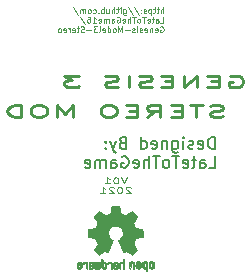
<source format=gbr>
%TF.GenerationSoftware,KiCad,Pcbnew,(6.0.5)*%
%TF.CreationDate,2022-06-14T23:06:24-04:00*%
%TF.ProjectId,1bp-m3,3162702d-6d33-42e6-9b69-6361645f7063,A*%
%TF.SameCoordinates,Original*%
%TF.FileFunction,Legend,Bot*%
%TF.FilePolarity,Positive*%
%FSLAX46Y46*%
G04 Gerber Fmt 4.6, Leading zero omitted, Abs format (unit mm)*
G04 Created by KiCad (PCBNEW (6.0.5)) date 2022-06-14 23:06:24*
%MOMM*%
%LPD*%
G01*
G04 APERTURE LIST*
%ADD10C,0.250000*%
%ADD11C,0.125000*%
%ADD12C,0.175000*%
%ADD13C,0.010000*%
G04 APERTURE END LIST*
D10*
X139928571Y-84750000D02*
X140119047Y-84702380D01*
X140404761Y-84702380D01*
X140690476Y-84750000D01*
X140880952Y-84845238D01*
X140976190Y-84940476D01*
X141071428Y-85130952D01*
X141071428Y-85273809D01*
X140976190Y-85464285D01*
X140880952Y-85559523D01*
X140690476Y-85654761D01*
X140404761Y-85702380D01*
X140214285Y-85702380D01*
X139928571Y-85654761D01*
X139833333Y-85607142D01*
X139833333Y-85273809D01*
X140214285Y-85273809D01*
X138976190Y-85178571D02*
X138309523Y-85178571D01*
X138023809Y-85702380D02*
X138976190Y-85702380D01*
X138976190Y-84702380D01*
X138023809Y-84702380D01*
X137166666Y-85702380D02*
X137166666Y-84702380D01*
X136023809Y-85702380D01*
X136023809Y-84702380D01*
X135071428Y-85178571D02*
X134404761Y-85178571D01*
X134119047Y-85702380D02*
X135071428Y-85702380D01*
X135071428Y-84702380D01*
X134119047Y-84702380D01*
X133357142Y-85654761D02*
X133071428Y-85702380D01*
X132595238Y-85702380D01*
X132404761Y-85654761D01*
X132309523Y-85607142D01*
X132214285Y-85511904D01*
X132214285Y-85416666D01*
X132309523Y-85321428D01*
X132404761Y-85273809D01*
X132595238Y-85226190D01*
X132976190Y-85178571D01*
X133166666Y-85130952D01*
X133261904Y-85083333D01*
X133357142Y-84988095D01*
X133357142Y-84892857D01*
X133261904Y-84797619D01*
X133166666Y-84750000D01*
X132976190Y-84702380D01*
X132500000Y-84702380D01*
X132214285Y-84750000D01*
X131357142Y-85702380D02*
X131357142Y-84702380D01*
X130500000Y-85654761D02*
X130214285Y-85702380D01*
X129738095Y-85702380D01*
X129547619Y-85654761D01*
X129452380Y-85607142D01*
X129357142Y-85511904D01*
X129357142Y-85416666D01*
X129452380Y-85321428D01*
X129547619Y-85273809D01*
X129738095Y-85226190D01*
X130119047Y-85178571D01*
X130309523Y-85130952D01*
X130404761Y-85083333D01*
X130500000Y-84988095D01*
X130500000Y-84892857D01*
X130404761Y-84797619D01*
X130309523Y-84750000D01*
X130119047Y-84702380D01*
X129642857Y-84702380D01*
X129357142Y-84750000D01*
X127166666Y-84702380D02*
X125928571Y-84702380D01*
X126595238Y-85083333D01*
X126309523Y-85083333D01*
X126119047Y-85130952D01*
X126023809Y-85178571D01*
X125928571Y-85273809D01*
X125928571Y-85511904D01*
X126023809Y-85607142D01*
X126119047Y-85654761D01*
X126309523Y-85702380D01*
X126880952Y-85702380D01*
X127071428Y-85654761D01*
X127166666Y-85607142D01*
D11*
X131214285Y-93323690D02*
X130964285Y-93823690D01*
X130714285Y-93323690D01*
X130321428Y-93323690D02*
X130250000Y-93323690D01*
X130178571Y-93347500D01*
X130142857Y-93371309D01*
X130107142Y-93418928D01*
X130071428Y-93514166D01*
X130071428Y-93633214D01*
X130107142Y-93728452D01*
X130142857Y-93776071D01*
X130178571Y-93799880D01*
X130250000Y-93823690D01*
X130321428Y-93823690D01*
X130392857Y-93799880D01*
X130428571Y-93776071D01*
X130464285Y-93728452D01*
X130500000Y-93633214D01*
X130500000Y-93514166D01*
X130464285Y-93418928D01*
X130428571Y-93371309D01*
X130392857Y-93347500D01*
X130321428Y-93323690D01*
X129357142Y-93823690D02*
X129785714Y-93823690D01*
X129571428Y-93823690D02*
X129571428Y-93323690D01*
X129642857Y-93395119D01*
X129714285Y-93442738D01*
X129785714Y-93466547D01*
X131535714Y-94176309D02*
X131500000Y-94152500D01*
X131428571Y-94128690D01*
X131250000Y-94128690D01*
X131178571Y-94152500D01*
X131142857Y-94176309D01*
X131107142Y-94223928D01*
X131107142Y-94271547D01*
X131142857Y-94342976D01*
X131571428Y-94628690D01*
X131107142Y-94628690D01*
X130642857Y-94128690D02*
X130571428Y-94128690D01*
X130500000Y-94152500D01*
X130464285Y-94176309D01*
X130428571Y-94223928D01*
X130392857Y-94319166D01*
X130392857Y-94438214D01*
X130428571Y-94533452D01*
X130464285Y-94581071D01*
X130500000Y-94604880D01*
X130571428Y-94628690D01*
X130642857Y-94628690D01*
X130714285Y-94604880D01*
X130750000Y-94581071D01*
X130785714Y-94533452D01*
X130821428Y-94438214D01*
X130821428Y-94319166D01*
X130785714Y-94223928D01*
X130750000Y-94176309D01*
X130714285Y-94152500D01*
X130642857Y-94128690D01*
X130107142Y-94176309D02*
X130071428Y-94152500D01*
X130000000Y-94128690D01*
X129821428Y-94128690D01*
X129750000Y-94152500D01*
X129714285Y-94176309D01*
X129678571Y-94223928D01*
X129678571Y-94271547D01*
X129714285Y-94342976D01*
X130142857Y-94628690D01*
X129678571Y-94628690D01*
X128964285Y-94628690D02*
X129392857Y-94628690D01*
X129178571Y-94628690D02*
X129178571Y-94128690D01*
X129250000Y-94200119D01*
X129321428Y-94247738D01*
X129392857Y-94271547D01*
D10*
X139392857Y-88154761D02*
X139107142Y-88202380D01*
X138630952Y-88202380D01*
X138440476Y-88154761D01*
X138345238Y-88107142D01*
X138250000Y-88011904D01*
X138250000Y-87916666D01*
X138345238Y-87821428D01*
X138440476Y-87773809D01*
X138630952Y-87726190D01*
X139011904Y-87678571D01*
X139202380Y-87630952D01*
X139297619Y-87583333D01*
X139392857Y-87488095D01*
X139392857Y-87392857D01*
X139297619Y-87297619D01*
X139202380Y-87250000D01*
X139011904Y-87202380D01*
X138535714Y-87202380D01*
X138250000Y-87250000D01*
X137678571Y-87202380D02*
X136535714Y-87202380D01*
X137107142Y-88202380D02*
X137107142Y-87202380D01*
X135869047Y-87678571D02*
X135202380Y-87678571D01*
X134916666Y-88202380D02*
X135869047Y-88202380D01*
X135869047Y-87202380D01*
X134916666Y-87202380D01*
X132916666Y-88202380D02*
X133583333Y-87726190D01*
X134059523Y-88202380D02*
X134059523Y-87202380D01*
X133297619Y-87202380D01*
X133107142Y-87250000D01*
X133011904Y-87297619D01*
X132916666Y-87392857D01*
X132916666Y-87535714D01*
X133011904Y-87630952D01*
X133107142Y-87678571D01*
X133297619Y-87726190D01*
X134059523Y-87726190D01*
X132059523Y-87678571D02*
X131392857Y-87678571D01*
X131107142Y-88202380D02*
X132059523Y-88202380D01*
X132059523Y-87202380D01*
X131107142Y-87202380D01*
X129869047Y-87202380D02*
X129488095Y-87202380D01*
X129297619Y-87250000D01*
X129107142Y-87345238D01*
X129011904Y-87535714D01*
X129011904Y-87869047D01*
X129107142Y-88059523D01*
X129297619Y-88154761D01*
X129488095Y-88202380D01*
X129869047Y-88202380D01*
X130059523Y-88154761D01*
X130250000Y-88059523D01*
X130345238Y-87869047D01*
X130345238Y-87535714D01*
X130250000Y-87345238D01*
X130059523Y-87250000D01*
X129869047Y-87202380D01*
X126630952Y-88202380D02*
X126630952Y-87202380D01*
X125964285Y-87916666D01*
X125297619Y-87202380D01*
X125297619Y-88202380D01*
X123964285Y-87202380D02*
X123583333Y-87202380D01*
X123392857Y-87250000D01*
X123202380Y-87345238D01*
X123107142Y-87535714D01*
X123107142Y-87869047D01*
X123202380Y-88059523D01*
X123392857Y-88154761D01*
X123583333Y-88202380D01*
X123964285Y-88202380D01*
X124154761Y-88154761D01*
X124345238Y-88059523D01*
X124440476Y-87869047D01*
X124440476Y-87535714D01*
X124345238Y-87345238D01*
X124154761Y-87250000D01*
X123964285Y-87202380D01*
X122250000Y-88202380D02*
X122250000Y-87202380D01*
X121773809Y-87202380D01*
X121488095Y-87250000D01*
X121297619Y-87345238D01*
X121202380Y-87440476D01*
X121107142Y-87630952D01*
X121107142Y-87773809D01*
X121202380Y-87964285D01*
X121297619Y-88059523D01*
X121488095Y-88154761D01*
X121773809Y-88202380D01*
X122250000Y-88202380D01*
D12*
X138648154Y-90897380D02*
X138648154Y-89897380D01*
X138410059Y-89897380D01*
X138267202Y-89945000D01*
X138171964Y-90040238D01*
X138124345Y-90135476D01*
X138076726Y-90325952D01*
X138076726Y-90468809D01*
X138124345Y-90659285D01*
X138171964Y-90754523D01*
X138267202Y-90849761D01*
X138410059Y-90897380D01*
X138648154Y-90897380D01*
X137267202Y-90849761D02*
X137362440Y-90897380D01*
X137552916Y-90897380D01*
X137648154Y-90849761D01*
X137695773Y-90754523D01*
X137695773Y-90373571D01*
X137648154Y-90278333D01*
X137552916Y-90230714D01*
X137362440Y-90230714D01*
X137267202Y-90278333D01*
X137219583Y-90373571D01*
X137219583Y-90468809D01*
X137695773Y-90564047D01*
X136838630Y-90849761D02*
X136743392Y-90897380D01*
X136552916Y-90897380D01*
X136457678Y-90849761D01*
X136410059Y-90754523D01*
X136410059Y-90706904D01*
X136457678Y-90611666D01*
X136552916Y-90564047D01*
X136695773Y-90564047D01*
X136791011Y-90516428D01*
X136838630Y-90421190D01*
X136838630Y-90373571D01*
X136791011Y-90278333D01*
X136695773Y-90230714D01*
X136552916Y-90230714D01*
X136457678Y-90278333D01*
X135981488Y-90897380D02*
X135981488Y-90230714D01*
X135981488Y-89897380D02*
X136029107Y-89945000D01*
X135981488Y-89992619D01*
X135933869Y-89945000D01*
X135981488Y-89897380D01*
X135981488Y-89992619D01*
X135076726Y-90230714D02*
X135076726Y-91040238D01*
X135124345Y-91135476D01*
X135171964Y-91183095D01*
X135267202Y-91230714D01*
X135410059Y-91230714D01*
X135505297Y-91183095D01*
X135076726Y-90849761D02*
X135171964Y-90897380D01*
X135362440Y-90897380D01*
X135457678Y-90849761D01*
X135505297Y-90802142D01*
X135552916Y-90706904D01*
X135552916Y-90421190D01*
X135505297Y-90325952D01*
X135457678Y-90278333D01*
X135362440Y-90230714D01*
X135171964Y-90230714D01*
X135076726Y-90278333D01*
X134600535Y-90230714D02*
X134600535Y-90897380D01*
X134600535Y-90325952D02*
X134552916Y-90278333D01*
X134457678Y-90230714D01*
X134314821Y-90230714D01*
X134219583Y-90278333D01*
X134171964Y-90373571D01*
X134171964Y-90897380D01*
X133314821Y-90849761D02*
X133410059Y-90897380D01*
X133600535Y-90897380D01*
X133695773Y-90849761D01*
X133743392Y-90754523D01*
X133743392Y-90373571D01*
X133695773Y-90278333D01*
X133600535Y-90230714D01*
X133410059Y-90230714D01*
X133314821Y-90278333D01*
X133267202Y-90373571D01*
X133267202Y-90468809D01*
X133743392Y-90564047D01*
X132410059Y-90897380D02*
X132410059Y-89897380D01*
X132410059Y-90849761D02*
X132505297Y-90897380D01*
X132695773Y-90897380D01*
X132791011Y-90849761D01*
X132838630Y-90802142D01*
X132886250Y-90706904D01*
X132886250Y-90421190D01*
X132838630Y-90325952D01*
X132791011Y-90278333D01*
X132695773Y-90230714D01*
X132505297Y-90230714D01*
X132410059Y-90278333D01*
X130838630Y-90373571D02*
X130695773Y-90421190D01*
X130648154Y-90468809D01*
X130600535Y-90564047D01*
X130600535Y-90706904D01*
X130648154Y-90802142D01*
X130695773Y-90849761D01*
X130791011Y-90897380D01*
X131171964Y-90897380D01*
X131171964Y-89897380D01*
X130838630Y-89897380D01*
X130743392Y-89945000D01*
X130695773Y-89992619D01*
X130648154Y-90087857D01*
X130648154Y-90183095D01*
X130695773Y-90278333D01*
X130743392Y-90325952D01*
X130838630Y-90373571D01*
X131171964Y-90373571D01*
X130267202Y-90230714D02*
X130029107Y-90897380D01*
X129791011Y-90230714D02*
X130029107Y-90897380D01*
X130124345Y-91135476D01*
X130171964Y-91183095D01*
X130267202Y-91230714D01*
X129410059Y-90802142D02*
X129362440Y-90849761D01*
X129410059Y-90897380D01*
X129457678Y-90849761D01*
X129410059Y-90802142D01*
X129410059Y-90897380D01*
X129410059Y-90278333D02*
X129362440Y-90325952D01*
X129410059Y-90373571D01*
X129457678Y-90325952D01*
X129410059Y-90278333D01*
X129410059Y-90373571D01*
X138171964Y-92507380D02*
X138648154Y-92507380D01*
X138648154Y-91507380D01*
X137410059Y-92507380D02*
X137410059Y-91983571D01*
X137457678Y-91888333D01*
X137552916Y-91840714D01*
X137743392Y-91840714D01*
X137838630Y-91888333D01*
X137410059Y-92459761D02*
X137505297Y-92507380D01*
X137743392Y-92507380D01*
X137838630Y-92459761D01*
X137886250Y-92364523D01*
X137886250Y-92269285D01*
X137838630Y-92174047D01*
X137743392Y-92126428D01*
X137505297Y-92126428D01*
X137410059Y-92078809D01*
X137076726Y-91840714D02*
X136695773Y-91840714D01*
X136933869Y-91507380D02*
X136933869Y-92364523D01*
X136886250Y-92459761D01*
X136791011Y-92507380D01*
X136695773Y-92507380D01*
X135981488Y-92459761D02*
X136076726Y-92507380D01*
X136267202Y-92507380D01*
X136362440Y-92459761D01*
X136410059Y-92364523D01*
X136410059Y-91983571D01*
X136362440Y-91888333D01*
X136267202Y-91840714D01*
X136076726Y-91840714D01*
X135981488Y-91888333D01*
X135933869Y-91983571D01*
X135933869Y-92078809D01*
X136410059Y-92174047D01*
X135648154Y-91507380D02*
X135076726Y-91507380D01*
X135362440Y-92507380D02*
X135362440Y-91507380D01*
X134600535Y-92507380D02*
X134695773Y-92459761D01*
X134743392Y-92412142D01*
X134791011Y-92316904D01*
X134791011Y-92031190D01*
X134743392Y-91935952D01*
X134695773Y-91888333D01*
X134600535Y-91840714D01*
X134457678Y-91840714D01*
X134362440Y-91888333D01*
X134314821Y-91935952D01*
X134267202Y-92031190D01*
X134267202Y-92316904D01*
X134314821Y-92412142D01*
X134362440Y-92459761D01*
X134457678Y-92507380D01*
X134600535Y-92507380D01*
X133981488Y-91507380D02*
X133410059Y-91507380D01*
X133695773Y-92507380D02*
X133695773Y-91507380D01*
X133076726Y-92507380D02*
X133076726Y-91507380D01*
X132648154Y-92507380D02*
X132648154Y-91983571D01*
X132695773Y-91888333D01*
X132791011Y-91840714D01*
X132933869Y-91840714D01*
X133029107Y-91888333D01*
X133076726Y-91935952D01*
X131791011Y-92459761D02*
X131886250Y-92507380D01*
X132076726Y-92507380D01*
X132171964Y-92459761D01*
X132219583Y-92364523D01*
X132219583Y-91983571D01*
X132171964Y-91888333D01*
X132076726Y-91840714D01*
X131886250Y-91840714D01*
X131791011Y-91888333D01*
X131743392Y-91983571D01*
X131743392Y-92078809D01*
X132219583Y-92174047D01*
X130791011Y-91555000D02*
X130886250Y-91507380D01*
X131029107Y-91507380D01*
X131171964Y-91555000D01*
X131267202Y-91650238D01*
X131314821Y-91745476D01*
X131362440Y-91935952D01*
X131362440Y-92078809D01*
X131314821Y-92269285D01*
X131267202Y-92364523D01*
X131171964Y-92459761D01*
X131029107Y-92507380D01*
X130933869Y-92507380D01*
X130791011Y-92459761D01*
X130743392Y-92412142D01*
X130743392Y-92078809D01*
X130933869Y-92078809D01*
X129886250Y-92507380D02*
X129886250Y-91983571D01*
X129933869Y-91888333D01*
X130029107Y-91840714D01*
X130219583Y-91840714D01*
X130314821Y-91888333D01*
X129886250Y-92459761D02*
X129981488Y-92507380D01*
X130219583Y-92507380D01*
X130314821Y-92459761D01*
X130362440Y-92364523D01*
X130362440Y-92269285D01*
X130314821Y-92174047D01*
X130219583Y-92126428D01*
X129981488Y-92126428D01*
X129886250Y-92078809D01*
X129410059Y-92507380D02*
X129410059Y-91840714D01*
X129410059Y-91935952D02*
X129362440Y-91888333D01*
X129267202Y-91840714D01*
X129124345Y-91840714D01*
X129029107Y-91888333D01*
X128981488Y-91983571D01*
X128981488Y-92507380D01*
X128981488Y-91983571D02*
X128933869Y-91888333D01*
X128838630Y-91840714D01*
X128695773Y-91840714D01*
X128600535Y-91888333D01*
X128552916Y-91983571D01*
X128552916Y-92507380D01*
X127695773Y-92459761D02*
X127791011Y-92507380D01*
X127981488Y-92507380D01*
X128076726Y-92459761D01*
X128124345Y-92364523D01*
X128124345Y-91983571D01*
X128076726Y-91888333D01*
X127981488Y-91840714D01*
X127791011Y-91840714D01*
X127695773Y-91888333D01*
X127648154Y-91983571D01*
X127648154Y-92078809D01*
X128124345Y-92174047D01*
D11*
X134299702Y-79421190D02*
X134299702Y-78921190D01*
X134085416Y-79421190D02*
X134085416Y-79159285D01*
X134109226Y-79111666D01*
X134156845Y-79087857D01*
X134228273Y-79087857D01*
X134275892Y-79111666D01*
X134299702Y-79135476D01*
X133918750Y-79087857D02*
X133728273Y-79087857D01*
X133847321Y-78921190D02*
X133847321Y-79349761D01*
X133823511Y-79397380D01*
X133775892Y-79421190D01*
X133728273Y-79421190D01*
X133633035Y-79087857D02*
X133442559Y-79087857D01*
X133561607Y-78921190D02*
X133561607Y-79349761D01*
X133537797Y-79397380D01*
X133490178Y-79421190D01*
X133442559Y-79421190D01*
X133275892Y-79087857D02*
X133275892Y-79587857D01*
X133275892Y-79111666D02*
X133228273Y-79087857D01*
X133133035Y-79087857D01*
X133085416Y-79111666D01*
X133061607Y-79135476D01*
X133037797Y-79183095D01*
X133037797Y-79325952D01*
X133061607Y-79373571D01*
X133085416Y-79397380D01*
X133133035Y-79421190D01*
X133228273Y-79421190D01*
X133275892Y-79397380D01*
X132847321Y-79397380D02*
X132799702Y-79421190D01*
X132704464Y-79421190D01*
X132656845Y-79397380D01*
X132633035Y-79349761D01*
X132633035Y-79325952D01*
X132656845Y-79278333D01*
X132704464Y-79254523D01*
X132775892Y-79254523D01*
X132823511Y-79230714D01*
X132847321Y-79183095D01*
X132847321Y-79159285D01*
X132823511Y-79111666D01*
X132775892Y-79087857D01*
X132704464Y-79087857D01*
X132656845Y-79111666D01*
X132418750Y-79373571D02*
X132394940Y-79397380D01*
X132418750Y-79421190D01*
X132442559Y-79397380D01*
X132418750Y-79373571D01*
X132418750Y-79421190D01*
X132418750Y-79111666D02*
X132394940Y-79135476D01*
X132418750Y-79159285D01*
X132442559Y-79135476D01*
X132418750Y-79111666D01*
X132418750Y-79159285D01*
X131823511Y-78897380D02*
X132252083Y-79540238D01*
X131299702Y-78897380D02*
X131728273Y-79540238D01*
X130918750Y-79087857D02*
X130918750Y-79492619D01*
X130942559Y-79540238D01*
X130966369Y-79564047D01*
X131013988Y-79587857D01*
X131085416Y-79587857D01*
X131133035Y-79564047D01*
X130918750Y-79397380D02*
X130966369Y-79421190D01*
X131061607Y-79421190D01*
X131109226Y-79397380D01*
X131133035Y-79373571D01*
X131156845Y-79325952D01*
X131156845Y-79183095D01*
X131133035Y-79135476D01*
X131109226Y-79111666D01*
X131061607Y-79087857D01*
X130966369Y-79087857D01*
X130918750Y-79111666D01*
X130680654Y-79421190D02*
X130680654Y-79087857D01*
X130680654Y-78921190D02*
X130704464Y-78945000D01*
X130680654Y-78968809D01*
X130656845Y-78945000D01*
X130680654Y-78921190D01*
X130680654Y-78968809D01*
X130513988Y-79087857D02*
X130323511Y-79087857D01*
X130442559Y-78921190D02*
X130442559Y-79349761D01*
X130418750Y-79397380D01*
X130371130Y-79421190D01*
X130323511Y-79421190D01*
X130156845Y-79421190D02*
X130156845Y-78921190D01*
X129942559Y-79421190D02*
X129942559Y-79159285D01*
X129966369Y-79111666D01*
X130013988Y-79087857D01*
X130085416Y-79087857D01*
X130133035Y-79111666D01*
X130156845Y-79135476D01*
X129490178Y-79087857D02*
X129490178Y-79421190D01*
X129704464Y-79087857D02*
X129704464Y-79349761D01*
X129680654Y-79397380D01*
X129633035Y-79421190D01*
X129561607Y-79421190D01*
X129513988Y-79397380D01*
X129490178Y-79373571D01*
X129252083Y-79421190D02*
X129252083Y-78921190D01*
X129252083Y-79111666D02*
X129204464Y-79087857D01*
X129109226Y-79087857D01*
X129061607Y-79111666D01*
X129037797Y-79135476D01*
X129013988Y-79183095D01*
X129013988Y-79325952D01*
X129037797Y-79373571D01*
X129061607Y-79397380D01*
X129109226Y-79421190D01*
X129204464Y-79421190D01*
X129252083Y-79397380D01*
X128799702Y-79373571D02*
X128775892Y-79397380D01*
X128799702Y-79421190D01*
X128823511Y-79397380D01*
X128799702Y-79373571D01*
X128799702Y-79421190D01*
X128347321Y-79397380D02*
X128394940Y-79421190D01*
X128490178Y-79421190D01*
X128537797Y-79397380D01*
X128561607Y-79373571D01*
X128585416Y-79325952D01*
X128585416Y-79183095D01*
X128561607Y-79135476D01*
X128537797Y-79111666D01*
X128490178Y-79087857D01*
X128394940Y-79087857D01*
X128347321Y-79111666D01*
X128061607Y-79421190D02*
X128109226Y-79397380D01*
X128133035Y-79373571D01*
X128156845Y-79325952D01*
X128156845Y-79183095D01*
X128133035Y-79135476D01*
X128109226Y-79111666D01*
X128061607Y-79087857D01*
X127990178Y-79087857D01*
X127942559Y-79111666D01*
X127918750Y-79135476D01*
X127894940Y-79183095D01*
X127894940Y-79325952D01*
X127918750Y-79373571D01*
X127942559Y-79397380D01*
X127990178Y-79421190D01*
X128061607Y-79421190D01*
X127680654Y-79421190D02*
X127680654Y-79087857D01*
X127680654Y-79135476D02*
X127656845Y-79111666D01*
X127609226Y-79087857D01*
X127537797Y-79087857D01*
X127490178Y-79111666D01*
X127466369Y-79159285D01*
X127466369Y-79421190D01*
X127466369Y-79159285D02*
X127442559Y-79111666D01*
X127394940Y-79087857D01*
X127323511Y-79087857D01*
X127275892Y-79111666D01*
X127252083Y-79159285D01*
X127252083Y-79421190D01*
X126656845Y-78897380D02*
X127085416Y-79540238D01*
X134061607Y-80226190D02*
X134299702Y-80226190D01*
X134299702Y-79726190D01*
X133680654Y-80226190D02*
X133680654Y-79964285D01*
X133704464Y-79916666D01*
X133752083Y-79892857D01*
X133847321Y-79892857D01*
X133894940Y-79916666D01*
X133680654Y-80202380D02*
X133728273Y-80226190D01*
X133847321Y-80226190D01*
X133894940Y-80202380D01*
X133918750Y-80154761D01*
X133918750Y-80107142D01*
X133894940Y-80059523D01*
X133847321Y-80035714D01*
X133728273Y-80035714D01*
X133680654Y-80011904D01*
X133513988Y-79892857D02*
X133323511Y-79892857D01*
X133442559Y-79726190D02*
X133442559Y-80154761D01*
X133418750Y-80202380D01*
X133371130Y-80226190D01*
X133323511Y-80226190D01*
X132966369Y-80202380D02*
X133013988Y-80226190D01*
X133109226Y-80226190D01*
X133156845Y-80202380D01*
X133180654Y-80154761D01*
X133180654Y-79964285D01*
X133156845Y-79916666D01*
X133109226Y-79892857D01*
X133013988Y-79892857D01*
X132966369Y-79916666D01*
X132942559Y-79964285D01*
X132942559Y-80011904D01*
X133180654Y-80059523D01*
X132799702Y-79726190D02*
X132513988Y-79726190D01*
X132656845Y-80226190D02*
X132656845Y-79726190D01*
X132275892Y-80226190D02*
X132323511Y-80202380D01*
X132347321Y-80178571D01*
X132371130Y-80130952D01*
X132371130Y-79988095D01*
X132347321Y-79940476D01*
X132323511Y-79916666D01*
X132275892Y-79892857D01*
X132204464Y-79892857D01*
X132156845Y-79916666D01*
X132133035Y-79940476D01*
X132109226Y-79988095D01*
X132109226Y-80130952D01*
X132133035Y-80178571D01*
X132156845Y-80202380D01*
X132204464Y-80226190D01*
X132275892Y-80226190D01*
X131966369Y-79726190D02*
X131680654Y-79726190D01*
X131823511Y-80226190D02*
X131823511Y-79726190D01*
X131513988Y-80226190D02*
X131513988Y-79726190D01*
X131299702Y-80226190D02*
X131299702Y-79964285D01*
X131323511Y-79916666D01*
X131371130Y-79892857D01*
X131442559Y-79892857D01*
X131490178Y-79916666D01*
X131513988Y-79940476D01*
X130871130Y-80202380D02*
X130918750Y-80226190D01*
X131013988Y-80226190D01*
X131061607Y-80202380D01*
X131085416Y-80154761D01*
X131085416Y-79964285D01*
X131061607Y-79916666D01*
X131013988Y-79892857D01*
X130918750Y-79892857D01*
X130871130Y-79916666D01*
X130847321Y-79964285D01*
X130847321Y-80011904D01*
X131085416Y-80059523D01*
X130371130Y-79750000D02*
X130418750Y-79726190D01*
X130490178Y-79726190D01*
X130561607Y-79750000D01*
X130609226Y-79797619D01*
X130633035Y-79845238D01*
X130656845Y-79940476D01*
X130656845Y-80011904D01*
X130633035Y-80107142D01*
X130609226Y-80154761D01*
X130561607Y-80202380D01*
X130490178Y-80226190D01*
X130442559Y-80226190D01*
X130371130Y-80202380D01*
X130347321Y-80178571D01*
X130347321Y-80011904D01*
X130442559Y-80011904D01*
X129918750Y-80226190D02*
X129918750Y-79964285D01*
X129942559Y-79916666D01*
X129990178Y-79892857D01*
X130085416Y-79892857D01*
X130133035Y-79916666D01*
X129918750Y-80202380D02*
X129966369Y-80226190D01*
X130085416Y-80226190D01*
X130133035Y-80202380D01*
X130156845Y-80154761D01*
X130156845Y-80107142D01*
X130133035Y-80059523D01*
X130085416Y-80035714D01*
X129966369Y-80035714D01*
X129918750Y-80011904D01*
X129680654Y-80226190D02*
X129680654Y-79892857D01*
X129680654Y-79940476D02*
X129656845Y-79916666D01*
X129609226Y-79892857D01*
X129537797Y-79892857D01*
X129490178Y-79916666D01*
X129466369Y-79964285D01*
X129466369Y-80226190D01*
X129466369Y-79964285D02*
X129442559Y-79916666D01*
X129394940Y-79892857D01*
X129323511Y-79892857D01*
X129275892Y-79916666D01*
X129252083Y-79964285D01*
X129252083Y-80226190D01*
X128823511Y-80202380D02*
X128871130Y-80226190D01*
X128966369Y-80226190D01*
X129013988Y-80202380D01*
X129037797Y-80154761D01*
X129037797Y-79964285D01*
X129013988Y-79916666D01*
X128966369Y-79892857D01*
X128871130Y-79892857D01*
X128823511Y-79916666D01*
X128799702Y-79964285D01*
X128799702Y-80011904D01*
X129037797Y-80059523D01*
X128323511Y-80226190D02*
X128609226Y-80226190D01*
X128466369Y-80226190D02*
X128466369Y-79726190D01*
X128513988Y-79797619D01*
X128561607Y-79845238D01*
X128609226Y-79869047D01*
X127894940Y-79726190D02*
X127990178Y-79726190D01*
X128037797Y-79750000D01*
X128061607Y-79773809D01*
X128109226Y-79845238D01*
X128133035Y-79940476D01*
X128133035Y-80130952D01*
X128109226Y-80178571D01*
X128085416Y-80202380D01*
X128037797Y-80226190D01*
X127942559Y-80226190D01*
X127894940Y-80202380D01*
X127871130Y-80178571D01*
X127847321Y-80130952D01*
X127847321Y-80011904D01*
X127871130Y-79964285D01*
X127894940Y-79940476D01*
X127942559Y-79916666D01*
X128037797Y-79916666D01*
X128085416Y-79940476D01*
X128109226Y-79964285D01*
X128133035Y-80011904D01*
X127275892Y-79702380D02*
X127704464Y-80345238D01*
X134037797Y-80555000D02*
X134085416Y-80531190D01*
X134156845Y-80531190D01*
X134228273Y-80555000D01*
X134275892Y-80602619D01*
X134299702Y-80650238D01*
X134323511Y-80745476D01*
X134323511Y-80816904D01*
X134299702Y-80912142D01*
X134275892Y-80959761D01*
X134228273Y-81007380D01*
X134156845Y-81031190D01*
X134109226Y-81031190D01*
X134037797Y-81007380D01*
X134013988Y-80983571D01*
X134013988Y-80816904D01*
X134109226Y-80816904D01*
X133609226Y-81007380D02*
X133656845Y-81031190D01*
X133752083Y-81031190D01*
X133799702Y-81007380D01*
X133823511Y-80959761D01*
X133823511Y-80769285D01*
X133799702Y-80721666D01*
X133752083Y-80697857D01*
X133656845Y-80697857D01*
X133609226Y-80721666D01*
X133585416Y-80769285D01*
X133585416Y-80816904D01*
X133823511Y-80864523D01*
X133371130Y-80697857D02*
X133371130Y-81031190D01*
X133371130Y-80745476D02*
X133347321Y-80721666D01*
X133299702Y-80697857D01*
X133228273Y-80697857D01*
X133180654Y-80721666D01*
X133156845Y-80769285D01*
X133156845Y-81031190D01*
X132728273Y-81007380D02*
X132775892Y-81031190D01*
X132871130Y-81031190D01*
X132918750Y-81007380D01*
X132942559Y-80959761D01*
X132942559Y-80769285D01*
X132918750Y-80721666D01*
X132871130Y-80697857D01*
X132775892Y-80697857D01*
X132728273Y-80721666D01*
X132704464Y-80769285D01*
X132704464Y-80816904D01*
X132942559Y-80864523D01*
X132513988Y-81007380D02*
X132466369Y-81031190D01*
X132371130Y-81031190D01*
X132323511Y-81007380D01*
X132299702Y-80959761D01*
X132299702Y-80935952D01*
X132323511Y-80888333D01*
X132371130Y-80864523D01*
X132442559Y-80864523D01*
X132490178Y-80840714D01*
X132513988Y-80793095D01*
X132513988Y-80769285D01*
X132490178Y-80721666D01*
X132442559Y-80697857D01*
X132371130Y-80697857D01*
X132323511Y-80721666D01*
X132085416Y-81031190D02*
X132085416Y-80697857D01*
X132085416Y-80531190D02*
X132109226Y-80555000D01*
X132085416Y-80578809D01*
X132061607Y-80555000D01*
X132085416Y-80531190D01*
X132085416Y-80578809D01*
X131871130Y-81007380D02*
X131823511Y-81031190D01*
X131728273Y-81031190D01*
X131680654Y-81007380D01*
X131656845Y-80959761D01*
X131656845Y-80935952D01*
X131680654Y-80888333D01*
X131728273Y-80864523D01*
X131799702Y-80864523D01*
X131847321Y-80840714D01*
X131871130Y-80793095D01*
X131871130Y-80769285D01*
X131847321Y-80721666D01*
X131799702Y-80697857D01*
X131728273Y-80697857D01*
X131680654Y-80721666D01*
X131442559Y-80840714D02*
X131061607Y-80840714D01*
X130823511Y-81031190D02*
X130823511Y-80531190D01*
X130656845Y-80888333D01*
X130490178Y-80531190D01*
X130490178Y-81031190D01*
X130180654Y-81031190D02*
X130228273Y-81007380D01*
X130252083Y-80983571D01*
X130275892Y-80935952D01*
X130275892Y-80793095D01*
X130252083Y-80745476D01*
X130228273Y-80721666D01*
X130180654Y-80697857D01*
X130109226Y-80697857D01*
X130061607Y-80721666D01*
X130037797Y-80745476D01*
X130013988Y-80793095D01*
X130013988Y-80935952D01*
X130037797Y-80983571D01*
X130061607Y-81007380D01*
X130109226Y-81031190D01*
X130180654Y-81031190D01*
X129585416Y-81031190D02*
X129585416Y-80531190D01*
X129585416Y-81007380D02*
X129633035Y-81031190D01*
X129728273Y-81031190D01*
X129775892Y-81007380D01*
X129799702Y-80983571D01*
X129823511Y-80935952D01*
X129823511Y-80793095D01*
X129799702Y-80745476D01*
X129775892Y-80721666D01*
X129728273Y-80697857D01*
X129633035Y-80697857D01*
X129585416Y-80721666D01*
X129156845Y-81007380D02*
X129204464Y-81031190D01*
X129299702Y-81031190D01*
X129347321Y-81007380D01*
X129371130Y-80959761D01*
X129371130Y-80769285D01*
X129347321Y-80721666D01*
X129299702Y-80697857D01*
X129204464Y-80697857D01*
X129156845Y-80721666D01*
X129133035Y-80769285D01*
X129133035Y-80816904D01*
X129371130Y-80864523D01*
X128847321Y-81031190D02*
X128894940Y-81007380D01*
X128918750Y-80959761D01*
X128918750Y-80531190D01*
X128704464Y-80531190D02*
X128394940Y-80531190D01*
X128561607Y-80721666D01*
X128490178Y-80721666D01*
X128442559Y-80745476D01*
X128418750Y-80769285D01*
X128394940Y-80816904D01*
X128394940Y-80935952D01*
X128418750Y-80983571D01*
X128442559Y-81007380D01*
X128490178Y-81031190D01*
X128633035Y-81031190D01*
X128680654Y-81007380D01*
X128704464Y-80983571D01*
X128180654Y-80840714D02*
X127799702Y-80840714D01*
X127585416Y-81007380D02*
X127513988Y-81031190D01*
X127394940Y-81031190D01*
X127347321Y-81007380D01*
X127323511Y-80983571D01*
X127299702Y-80935952D01*
X127299702Y-80888333D01*
X127323511Y-80840714D01*
X127347321Y-80816904D01*
X127394940Y-80793095D01*
X127490178Y-80769285D01*
X127537797Y-80745476D01*
X127561607Y-80721666D01*
X127585416Y-80674047D01*
X127585416Y-80626428D01*
X127561607Y-80578809D01*
X127537797Y-80555000D01*
X127490178Y-80531190D01*
X127371130Y-80531190D01*
X127299702Y-80555000D01*
X127156845Y-80697857D02*
X126966369Y-80697857D01*
X127085416Y-80531190D02*
X127085416Y-80959761D01*
X127061607Y-81007380D01*
X127013988Y-81031190D01*
X126966369Y-81031190D01*
X126609226Y-81007380D02*
X126656845Y-81031190D01*
X126752083Y-81031190D01*
X126799702Y-81007380D01*
X126823511Y-80959761D01*
X126823511Y-80769285D01*
X126799702Y-80721666D01*
X126752083Y-80697857D01*
X126656845Y-80697857D01*
X126609226Y-80721666D01*
X126585416Y-80769285D01*
X126585416Y-80816904D01*
X126823511Y-80864523D01*
X126371130Y-81031190D02*
X126371130Y-80697857D01*
X126371130Y-80793095D02*
X126347321Y-80745476D01*
X126323511Y-80721666D01*
X126275892Y-80697857D01*
X126228273Y-80697857D01*
X125871130Y-81007380D02*
X125918750Y-81031190D01*
X126013988Y-81031190D01*
X126061607Y-81007380D01*
X126085416Y-80959761D01*
X126085416Y-80769285D01*
X126061607Y-80721666D01*
X126013988Y-80697857D01*
X125918750Y-80697857D01*
X125871130Y-80721666D01*
X125847321Y-80769285D01*
X125847321Y-80816904D01*
X126085416Y-80864523D01*
X125561607Y-81031190D02*
X125609226Y-81007380D01*
X125633035Y-80983571D01*
X125656845Y-80935952D01*
X125656845Y-80793095D01*
X125633035Y-80745476D01*
X125609226Y-80721666D01*
X125561607Y-80697857D01*
X125490178Y-80697857D01*
X125442559Y-80721666D01*
X125418750Y-80745476D01*
X125394940Y-80793095D01*
X125394940Y-80935952D01*
X125418750Y-80983571D01*
X125442559Y-81007380D01*
X125490178Y-81031190D01*
X125561607Y-81031190D01*
G36*
X133515701Y-100750935D02*
G01*
X133514914Y-100821119D01*
X133512210Y-100870022D01*
X133506606Y-100904178D01*
X133497119Y-100930124D01*
X133482768Y-100954397D01*
X133479237Y-100959433D01*
X133441878Y-100999143D01*
X133399311Y-101029092D01*
X133377452Y-101038810D01*
X133298908Y-101055020D01*
X133221231Y-101044535D01*
X133149645Y-101008707D01*
X133089374Y-100948887D01*
X133084286Y-100940873D01*
X133067730Y-100894342D01*
X133056573Y-100829552D01*
X133051160Y-100754727D01*
X133051768Y-100685513D01*
X133198248Y-100685513D01*
X133199402Y-100781399D01*
X133199866Y-100787569D01*
X133206629Y-100840478D01*
X133218671Y-100874029D01*
X133239005Y-100897016D01*
X133273097Y-100918548D01*
X133306814Y-100919680D01*
X133341543Y-100894857D01*
X133347584Y-100888325D01*
X133359417Y-100868779D01*
X133366404Y-100840386D01*
X133369727Y-100796430D01*
X133370571Y-100730192D01*
X133369125Y-100668150D01*
X133361907Y-100609042D01*
X133347006Y-100571686D01*
X133322636Y-100552152D01*
X133287008Y-100546514D01*
X133273440Y-100547635D01*
X133235430Y-100568194D01*
X133210312Y-100614299D01*
X133198248Y-100685513D01*
X133051768Y-100685513D01*
X133051833Y-100678096D01*
X133058937Y-100607882D01*
X133072815Y-100552312D01*
X133090649Y-100515301D01*
X133140855Y-100457733D01*
X133208885Y-100421962D01*
X133292158Y-100409665D01*
X133314398Y-100410331D01*
X133379891Y-100423947D01*
X133433687Y-100458249D01*
X133483057Y-100517338D01*
X133485995Y-100521722D01*
X133499287Y-100545299D01*
X133507932Y-100571949D01*
X133512904Y-100608159D01*
X133515174Y-100660413D01*
X133515678Y-100730192D01*
X133515714Y-100735200D01*
X133515701Y-100750935D01*
G37*
D13*
X133515701Y-100750935D02*
X133514914Y-100821119D01*
X133512210Y-100870022D01*
X133506606Y-100904178D01*
X133497119Y-100930124D01*
X133482768Y-100954397D01*
X133479237Y-100959433D01*
X133441878Y-100999143D01*
X133399311Y-101029092D01*
X133377452Y-101038810D01*
X133298908Y-101055020D01*
X133221231Y-101044535D01*
X133149645Y-101008707D01*
X133089374Y-100948887D01*
X133084286Y-100940873D01*
X133067730Y-100894342D01*
X133056573Y-100829552D01*
X133051160Y-100754727D01*
X133051768Y-100685513D01*
X133198248Y-100685513D01*
X133199402Y-100781399D01*
X133199866Y-100787569D01*
X133206629Y-100840478D01*
X133218671Y-100874029D01*
X133239005Y-100897016D01*
X133273097Y-100918548D01*
X133306814Y-100919680D01*
X133341543Y-100894857D01*
X133347584Y-100888325D01*
X133359417Y-100868779D01*
X133366404Y-100840386D01*
X133369727Y-100796430D01*
X133370571Y-100730192D01*
X133369125Y-100668150D01*
X133361907Y-100609042D01*
X133347006Y-100571686D01*
X133322636Y-100552152D01*
X133287008Y-100546514D01*
X133273440Y-100547635D01*
X133235430Y-100568194D01*
X133210312Y-100614299D01*
X133198248Y-100685513D01*
X133051768Y-100685513D01*
X133051833Y-100678096D01*
X133058937Y-100607882D01*
X133072815Y-100552312D01*
X133090649Y-100515301D01*
X133140855Y-100457733D01*
X133208885Y-100421962D01*
X133292158Y-100409665D01*
X133314398Y-100410331D01*
X133379891Y-100423947D01*
X133433687Y-100458249D01*
X133483057Y-100517338D01*
X133485995Y-100521722D01*
X133499287Y-100545299D01*
X133507932Y-100571949D01*
X133512904Y-100608159D01*
X133515174Y-100660413D01*
X133515678Y-100730192D01*
X133515714Y-100735200D01*
X133515701Y-100750935D01*
G36*
X130363933Y-95742371D02*
G01*
X130439856Y-95742865D01*
X130494491Y-95744135D01*
X130531500Y-95746547D01*
X130554547Y-95750467D01*
X130567296Y-95756262D01*
X130573411Y-95764299D01*
X130576556Y-95774943D01*
X130576646Y-95775325D01*
X130581814Y-95800347D01*
X130591209Y-95848681D01*
X130603867Y-95915260D01*
X130618825Y-95995014D01*
X130635119Y-96082875D01*
X130636448Y-96090064D01*
X130652691Y-96175340D01*
X130667805Y-96250242D01*
X130680808Y-96310219D01*
X130690715Y-96350717D01*
X130696544Y-96367184D01*
X130696575Y-96367210D01*
X130714943Y-96376320D01*
X130752640Y-96391457D01*
X130801543Y-96409358D01*
X130804297Y-96410330D01*
X130866817Y-96433959D01*
X130939543Y-96463595D01*
X131007294Y-96493062D01*
X131118703Y-96543626D01*
X131365399Y-96375160D01*
X131382775Y-96363311D01*
X131457202Y-96312947D01*
X131523614Y-96268612D01*
X131578039Y-96232916D01*
X131616506Y-96208471D01*
X131635042Y-96197889D01*
X131647743Y-96200315D01*
X131676579Y-96219110D01*
X131721143Y-96256330D01*
X131782670Y-96313020D01*
X131862398Y-96390227D01*
X131869532Y-96397255D01*
X131932796Y-96460222D01*
X131988990Y-96517268D01*
X132034677Y-96564817D01*
X132066414Y-96599297D01*
X132080764Y-96617131D01*
X132080810Y-96617217D01*
X132082633Y-96630795D01*
X132075910Y-96652820D01*
X132058946Y-96686304D01*
X132030044Y-96734261D01*
X131987508Y-96799704D01*
X131929644Y-96885645D01*
X131919783Y-96900151D01*
X131869913Y-96973635D01*
X131825905Y-97038687D01*
X131790380Y-97091417D01*
X131765959Y-97127936D01*
X131755264Y-97144356D01*
X131754458Y-97147834D01*
X131759518Y-97173785D01*
X131774677Y-97216159D01*
X131797463Y-97267728D01*
X131828429Y-97335170D01*
X131863004Y-97415195D01*
X131892366Y-97487629D01*
X131899645Y-97506377D01*
X131918710Y-97554246D01*
X131932715Y-97587596D01*
X131939041Y-97600114D01*
X131946025Y-97601050D01*
X131977413Y-97606461D01*
X132028787Y-97615806D01*
X132094802Y-97628069D01*
X132170113Y-97642232D01*
X132249375Y-97657280D01*
X132327243Y-97672195D01*
X132398370Y-97685961D01*
X132457412Y-97697562D01*
X132499022Y-97705980D01*
X132517857Y-97710199D01*
X132520980Y-97711389D01*
X132528591Y-97717805D01*
X132534254Y-97731465D01*
X132538251Y-97755999D01*
X132540866Y-97795038D01*
X132542384Y-97852213D01*
X132543086Y-97931154D01*
X132543257Y-98035492D01*
X132543257Y-98352799D01*
X132467057Y-98367839D01*
X132457840Y-98369642D01*
X132408891Y-98378980D01*
X132341205Y-98391669D01*
X132262478Y-98406273D01*
X132180400Y-98421355D01*
X132148078Y-98427422D01*
X132075855Y-98442181D01*
X132015666Y-98456137D01*
X131973040Y-98467952D01*
X131953510Y-98476287D01*
X131944660Y-98489905D01*
X131928548Y-98525938D01*
X131912065Y-98572572D01*
X131906263Y-98590034D01*
X131884906Y-98647358D01*
X131857359Y-98715201D01*
X131828107Y-98782355D01*
X131812463Y-98817430D01*
X131790174Y-98869822D01*
X131774857Y-98909058D01*
X131769162Y-98928563D01*
X131769478Y-98930036D01*
X131780281Y-98950729D01*
X131804638Y-98990665D01*
X131840081Y-99045972D01*
X131884136Y-99112781D01*
X131934332Y-99187220D01*
X132099501Y-99429623D01*
X131882503Y-99646983D01*
X131861516Y-99667899D01*
X131797342Y-99730505D01*
X131739990Y-99784495D01*
X131692820Y-99826826D01*
X131659192Y-99854457D01*
X131642467Y-99864343D01*
X131624303Y-99856821D01*
X131586265Y-99835227D01*
X131532726Y-99802151D01*
X131467884Y-99760191D01*
X131395940Y-99711943D01*
X131325275Y-99664291D01*
X131261526Y-99622328D01*
X131209513Y-99589165D01*
X131173279Y-99567378D01*
X131156867Y-99559543D01*
X131155905Y-99559614D01*
X131134103Y-99567338D01*
X131095440Y-99585323D01*
X131047612Y-99610013D01*
X131047110Y-99610284D01*
X130983587Y-99642099D01*
X130940060Y-99657642D01*
X130913052Y-99657685D01*
X130899090Y-99643000D01*
X130893180Y-99628544D01*
X130877229Y-99589831D01*
X130852660Y-99530316D01*
X130820779Y-99453165D01*
X130782893Y-99361541D01*
X130740310Y-99258607D01*
X130694337Y-99147526D01*
X130652667Y-99046472D01*
X130610268Y-98942780D01*
X130572756Y-98850119D01*
X130541388Y-98771642D01*
X130517425Y-98710500D01*
X130502123Y-98669843D01*
X130496743Y-98652825D01*
X130507018Y-98637219D01*
X130535563Y-98611162D01*
X130575971Y-98580887D01*
X130672979Y-98501684D01*
X130759793Y-98400475D01*
X130823322Y-98289116D01*
X130863177Y-98170893D01*
X130878965Y-98049095D01*
X130870296Y-97927010D01*
X130836778Y-97807925D01*
X130778021Y-97695129D01*
X130693632Y-97591911D01*
X130649631Y-97551713D01*
X130544211Y-97480638D01*
X130431410Y-97434301D01*
X130314525Y-97411599D01*
X130196853Y-97411428D01*
X130081690Y-97432687D01*
X129972335Y-97474270D01*
X129872083Y-97535076D01*
X129784233Y-97614001D01*
X129712080Y-97709941D01*
X129658922Y-97821795D01*
X129628057Y-97948457D01*
X129622392Y-98009507D01*
X129630185Y-98141776D01*
X129665284Y-98267266D01*
X129726649Y-98383759D01*
X129813243Y-98489039D01*
X129924029Y-98580887D01*
X129962931Y-98609930D01*
X129992104Y-98636272D01*
X130003257Y-98652800D01*
X129998810Y-98667209D01*
X129984378Y-98705815D01*
X129961173Y-98765201D01*
X129930452Y-98842215D01*
X129893474Y-98933703D01*
X129851496Y-99036516D01*
X129805778Y-99147502D01*
X129764178Y-99248072D01*
X129721222Y-99351947D01*
X129682829Y-99444819D01*
X129650305Y-99523525D01*
X129624958Y-99584899D01*
X129608095Y-99625779D01*
X129601025Y-99643000D01*
X129600943Y-99643204D01*
X129586798Y-99657745D01*
X129559659Y-99657579D01*
X129516023Y-99641927D01*
X129452388Y-99610013D01*
X129447379Y-99607326D01*
X129400125Y-99583150D01*
X129362811Y-99566037D01*
X129343133Y-99559543D01*
X129327005Y-99567218D01*
X129290959Y-99588871D01*
X129239092Y-99621928D01*
X129175445Y-99663810D01*
X129104060Y-99711943D01*
X129033724Y-99759131D01*
X128968670Y-99801267D01*
X128914820Y-99834578D01*
X128876374Y-99856469D01*
X128857534Y-99864343D01*
X128854325Y-99863343D01*
X128831954Y-99847584D01*
X128793733Y-99815033D01*
X128743021Y-99768733D01*
X128683181Y-99711726D01*
X128617571Y-99647058D01*
X128400648Y-99429772D01*
X128569601Y-99181253D01*
X128738553Y-98932733D01*
X128687183Y-98821595D01*
X128687031Y-98821266D01*
X128656183Y-98750418D01*
X128624661Y-98671523D01*
X128599266Y-98601600D01*
X128595423Y-98590322D01*
X128576047Y-98537967D01*
X128558574Y-98497283D01*
X128546388Y-98476287D01*
X128541426Y-98473322D01*
X128511634Y-98463375D01*
X128461047Y-98450505D01*
X128395194Y-98436053D01*
X128319600Y-98421355D01*
X128296957Y-98417210D01*
X128215038Y-98402116D01*
X128138600Y-98387899D01*
X128075337Y-98375995D01*
X128032943Y-98367839D01*
X127956743Y-98352799D01*
X127956743Y-98035492D01*
X127956760Y-97996476D01*
X127957082Y-97901292D01*
X127958033Y-97830255D01*
X127959896Y-97779734D01*
X127962955Y-97746098D01*
X127967494Y-97725718D01*
X127973795Y-97714962D01*
X127982143Y-97710199D01*
X127990224Y-97708270D01*
X128023172Y-97701445D01*
X128075736Y-97691022D01*
X128142569Y-97678018D01*
X128218328Y-97663449D01*
X128297665Y-97648333D01*
X128375237Y-97633685D01*
X128445698Y-97620523D01*
X128503702Y-97609863D01*
X128543904Y-97602721D01*
X128560959Y-97600114D01*
X128562112Y-97598541D01*
X128571385Y-97578119D01*
X128587432Y-97539045D01*
X128607635Y-97487629D01*
X128635672Y-97418353D01*
X128670186Y-97338290D01*
X128702538Y-97267728D01*
X128709952Y-97251889D01*
X128730755Y-97202293D01*
X128743219Y-97164038D01*
X128744863Y-97144356D01*
X128744015Y-97142962D01*
X128730548Y-97122420D01*
X128703850Y-97082516D01*
X128666539Y-97027140D01*
X128621234Y-96960177D01*
X128570552Y-96885517D01*
X128513445Y-96800692D01*
X128470607Y-96734800D01*
X128441460Y-96686478D01*
X128424317Y-96652733D01*
X128417495Y-96630572D01*
X128419306Y-96617002D01*
X128419915Y-96615984D01*
X128436297Y-96596210D01*
X128469695Y-96560175D01*
X128516671Y-96511451D01*
X128573786Y-96453612D01*
X128637603Y-96390227D01*
X128703802Y-96325905D01*
X128768648Y-96265447D01*
X128816299Y-96224655D01*
X128847990Y-96202484D01*
X128864958Y-96197889D01*
X128867175Y-96198921D01*
X128890524Y-96212837D01*
X128932912Y-96240030D01*
X128990369Y-96277889D01*
X129058923Y-96323803D01*
X129134601Y-96375160D01*
X129381298Y-96543626D01*
X129492706Y-96493062D01*
X129495943Y-96491597D01*
X129564343Y-96461965D01*
X129636907Y-96432493D01*
X129698457Y-96409358D01*
X129698729Y-96409262D01*
X129747595Y-96391367D01*
X129785212Y-96376253D01*
X129803457Y-96367184D01*
X129803752Y-96366855D01*
X129809946Y-96348282D01*
X129820139Y-96306045D01*
X129833348Y-96244696D01*
X129848590Y-96168789D01*
X129864881Y-96082875D01*
X129865449Y-96079796D01*
X129881713Y-95992128D01*
X129896608Y-95912741D01*
X129909171Y-95846701D01*
X129918438Y-95799079D01*
X129923444Y-95774943D01*
X129923764Y-95773605D01*
X129927060Y-95763273D01*
X129933738Y-95755506D01*
X129947462Y-95749940D01*
X129971895Y-95746207D01*
X130010702Y-95743942D01*
X130067546Y-95742778D01*
X130146090Y-95742348D01*
X130250000Y-95742286D01*
X130263056Y-95742286D01*
X130363933Y-95742371D01*
G37*
X130363933Y-95742371D02*
X130439856Y-95742865D01*
X130494491Y-95744135D01*
X130531500Y-95746547D01*
X130554547Y-95750467D01*
X130567296Y-95756262D01*
X130573411Y-95764299D01*
X130576556Y-95774943D01*
X130576646Y-95775325D01*
X130581814Y-95800347D01*
X130591209Y-95848681D01*
X130603867Y-95915260D01*
X130618825Y-95995014D01*
X130635119Y-96082875D01*
X130636448Y-96090064D01*
X130652691Y-96175340D01*
X130667805Y-96250242D01*
X130680808Y-96310219D01*
X130690715Y-96350717D01*
X130696544Y-96367184D01*
X130696575Y-96367210D01*
X130714943Y-96376320D01*
X130752640Y-96391457D01*
X130801543Y-96409358D01*
X130804297Y-96410330D01*
X130866817Y-96433959D01*
X130939543Y-96463595D01*
X131007294Y-96493062D01*
X131118703Y-96543626D01*
X131365399Y-96375160D01*
X131382775Y-96363311D01*
X131457202Y-96312947D01*
X131523614Y-96268612D01*
X131578039Y-96232916D01*
X131616506Y-96208471D01*
X131635042Y-96197889D01*
X131647743Y-96200315D01*
X131676579Y-96219110D01*
X131721143Y-96256330D01*
X131782670Y-96313020D01*
X131862398Y-96390227D01*
X131869532Y-96397255D01*
X131932796Y-96460222D01*
X131988990Y-96517268D01*
X132034677Y-96564817D01*
X132066414Y-96599297D01*
X132080764Y-96617131D01*
X132080810Y-96617217D01*
X132082633Y-96630795D01*
X132075910Y-96652820D01*
X132058946Y-96686304D01*
X132030044Y-96734261D01*
X131987508Y-96799704D01*
X131929644Y-96885645D01*
X131919783Y-96900151D01*
X131869913Y-96973635D01*
X131825905Y-97038687D01*
X131790380Y-97091417D01*
X131765959Y-97127936D01*
X131755264Y-97144356D01*
X131754458Y-97147834D01*
X131759518Y-97173785D01*
X131774677Y-97216159D01*
X131797463Y-97267728D01*
X131828429Y-97335170D01*
X131863004Y-97415195D01*
X131892366Y-97487629D01*
X131899645Y-97506377D01*
X131918710Y-97554246D01*
X131932715Y-97587596D01*
X131939041Y-97600114D01*
X131946025Y-97601050D01*
X131977413Y-97606461D01*
X132028787Y-97615806D01*
X132094802Y-97628069D01*
X132170113Y-97642232D01*
X132249375Y-97657280D01*
X132327243Y-97672195D01*
X132398370Y-97685961D01*
X132457412Y-97697562D01*
X132499022Y-97705980D01*
X132517857Y-97710199D01*
X132520980Y-97711389D01*
X132528591Y-97717805D01*
X132534254Y-97731465D01*
X132538251Y-97755999D01*
X132540866Y-97795038D01*
X132542384Y-97852213D01*
X132543086Y-97931154D01*
X132543257Y-98035492D01*
X132543257Y-98352799D01*
X132467057Y-98367839D01*
X132457840Y-98369642D01*
X132408891Y-98378980D01*
X132341205Y-98391669D01*
X132262478Y-98406273D01*
X132180400Y-98421355D01*
X132148078Y-98427422D01*
X132075855Y-98442181D01*
X132015666Y-98456137D01*
X131973040Y-98467952D01*
X131953510Y-98476287D01*
X131944660Y-98489905D01*
X131928548Y-98525938D01*
X131912065Y-98572572D01*
X131906263Y-98590034D01*
X131884906Y-98647358D01*
X131857359Y-98715201D01*
X131828107Y-98782355D01*
X131812463Y-98817430D01*
X131790174Y-98869822D01*
X131774857Y-98909058D01*
X131769162Y-98928563D01*
X131769478Y-98930036D01*
X131780281Y-98950729D01*
X131804638Y-98990665D01*
X131840081Y-99045972D01*
X131884136Y-99112781D01*
X131934332Y-99187220D01*
X132099501Y-99429623D01*
X131882503Y-99646983D01*
X131861516Y-99667899D01*
X131797342Y-99730505D01*
X131739990Y-99784495D01*
X131692820Y-99826826D01*
X131659192Y-99854457D01*
X131642467Y-99864343D01*
X131624303Y-99856821D01*
X131586265Y-99835227D01*
X131532726Y-99802151D01*
X131467884Y-99760191D01*
X131395940Y-99711943D01*
X131325275Y-99664291D01*
X131261526Y-99622328D01*
X131209513Y-99589165D01*
X131173279Y-99567378D01*
X131156867Y-99559543D01*
X131155905Y-99559614D01*
X131134103Y-99567338D01*
X131095440Y-99585323D01*
X131047612Y-99610013D01*
X131047110Y-99610284D01*
X130983587Y-99642099D01*
X130940060Y-99657642D01*
X130913052Y-99657685D01*
X130899090Y-99643000D01*
X130893180Y-99628544D01*
X130877229Y-99589831D01*
X130852660Y-99530316D01*
X130820779Y-99453165D01*
X130782893Y-99361541D01*
X130740310Y-99258607D01*
X130694337Y-99147526D01*
X130652667Y-99046472D01*
X130610268Y-98942780D01*
X130572756Y-98850119D01*
X130541388Y-98771642D01*
X130517425Y-98710500D01*
X130502123Y-98669843D01*
X130496743Y-98652825D01*
X130507018Y-98637219D01*
X130535563Y-98611162D01*
X130575971Y-98580887D01*
X130672979Y-98501684D01*
X130759793Y-98400475D01*
X130823322Y-98289116D01*
X130863177Y-98170893D01*
X130878965Y-98049095D01*
X130870296Y-97927010D01*
X130836778Y-97807925D01*
X130778021Y-97695129D01*
X130693632Y-97591911D01*
X130649631Y-97551713D01*
X130544211Y-97480638D01*
X130431410Y-97434301D01*
X130314525Y-97411599D01*
X130196853Y-97411428D01*
X130081690Y-97432687D01*
X129972335Y-97474270D01*
X129872083Y-97535076D01*
X129784233Y-97614001D01*
X129712080Y-97709941D01*
X129658922Y-97821795D01*
X129628057Y-97948457D01*
X129622392Y-98009507D01*
X129630185Y-98141776D01*
X129665284Y-98267266D01*
X129726649Y-98383759D01*
X129813243Y-98489039D01*
X129924029Y-98580887D01*
X129962931Y-98609930D01*
X129992104Y-98636272D01*
X130003257Y-98652800D01*
X129998810Y-98667209D01*
X129984378Y-98705815D01*
X129961173Y-98765201D01*
X129930452Y-98842215D01*
X129893474Y-98933703D01*
X129851496Y-99036516D01*
X129805778Y-99147502D01*
X129764178Y-99248072D01*
X129721222Y-99351947D01*
X129682829Y-99444819D01*
X129650305Y-99523525D01*
X129624958Y-99584899D01*
X129608095Y-99625779D01*
X129601025Y-99643000D01*
X129600943Y-99643204D01*
X129586798Y-99657745D01*
X129559659Y-99657579D01*
X129516023Y-99641927D01*
X129452388Y-99610013D01*
X129447379Y-99607326D01*
X129400125Y-99583150D01*
X129362811Y-99566037D01*
X129343133Y-99559543D01*
X129327005Y-99567218D01*
X129290959Y-99588871D01*
X129239092Y-99621928D01*
X129175445Y-99663810D01*
X129104060Y-99711943D01*
X129033724Y-99759131D01*
X128968670Y-99801267D01*
X128914820Y-99834578D01*
X128876374Y-99856469D01*
X128857534Y-99864343D01*
X128854325Y-99863343D01*
X128831954Y-99847584D01*
X128793733Y-99815033D01*
X128743021Y-99768733D01*
X128683181Y-99711726D01*
X128617571Y-99647058D01*
X128400648Y-99429772D01*
X128569601Y-99181253D01*
X128738553Y-98932733D01*
X128687183Y-98821595D01*
X128687031Y-98821266D01*
X128656183Y-98750418D01*
X128624661Y-98671523D01*
X128599266Y-98601600D01*
X128595423Y-98590322D01*
X128576047Y-98537967D01*
X128558574Y-98497283D01*
X128546388Y-98476287D01*
X128541426Y-98473322D01*
X128511634Y-98463375D01*
X128461047Y-98450505D01*
X128395194Y-98436053D01*
X128319600Y-98421355D01*
X128296957Y-98417210D01*
X128215038Y-98402116D01*
X128138600Y-98387899D01*
X128075337Y-98375995D01*
X128032943Y-98367839D01*
X127956743Y-98352799D01*
X127956743Y-98035492D01*
X127956760Y-97996476D01*
X127957082Y-97901292D01*
X127958033Y-97830255D01*
X127959896Y-97779734D01*
X127962955Y-97746098D01*
X127967494Y-97725718D01*
X127973795Y-97714962D01*
X127982143Y-97710199D01*
X127990224Y-97708270D01*
X128023172Y-97701445D01*
X128075736Y-97691022D01*
X128142569Y-97678018D01*
X128218328Y-97663449D01*
X128297665Y-97648333D01*
X128375237Y-97633685D01*
X128445698Y-97620523D01*
X128503702Y-97609863D01*
X128543904Y-97602721D01*
X128560959Y-97600114D01*
X128562112Y-97598541D01*
X128571385Y-97578119D01*
X128587432Y-97539045D01*
X128607635Y-97487629D01*
X128635672Y-97418353D01*
X128670186Y-97338290D01*
X128702538Y-97267728D01*
X128709952Y-97251889D01*
X128730755Y-97202293D01*
X128743219Y-97164038D01*
X128744863Y-97144356D01*
X128744015Y-97142962D01*
X128730548Y-97122420D01*
X128703850Y-97082516D01*
X128666539Y-97027140D01*
X128621234Y-96960177D01*
X128570552Y-96885517D01*
X128513445Y-96800692D01*
X128470607Y-96734800D01*
X128441460Y-96686478D01*
X128424317Y-96652733D01*
X128417495Y-96630572D01*
X128419306Y-96617002D01*
X128419915Y-96615984D01*
X128436297Y-96596210D01*
X128469695Y-96560175D01*
X128516671Y-96511451D01*
X128573786Y-96453612D01*
X128637603Y-96390227D01*
X128703802Y-96325905D01*
X128768648Y-96265447D01*
X128816299Y-96224655D01*
X128847990Y-96202484D01*
X128864958Y-96197889D01*
X128867175Y-96198921D01*
X128890524Y-96212837D01*
X128932912Y-96240030D01*
X128990369Y-96277889D01*
X129058923Y-96323803D01*
X129134601Y-96375160D01*
X129381298Y-96543626D01*
X129492706Y-96493062D01*
X129495943Y-96491597D01*
X129564343Y-96461965D01*
X129636907Y-96432493D01*
X129698457Y-96409358D01*
X129698729Y-96409262D01*
X129747595Y-96391367D01*
X129785212Y-96376253D01*
X129803457Y-96367184D01*
X129803752Y-96366855D01*
X129809946Y-96348282D01*
X129820139Y-96306045D01*
X129833348Y-96244696D01*
X129848590Y-96168789D01*
X129864881Y-96082875D01*
X129865449Y-96079796D01*
X129881713Y-95992128D01*
X129896608Y-95912741D01*
X129909171Y-95846701D01*
X129918438Y-95799079D01*
X129923444Y-95774943D01*
X129923764Y-95773605D01*
X129927060Y-95763273D01*
X129933738Y-95755506D01*
X129947462Y-95749940D01*
X129971895Y-95746207D01*
X130010702Y-95743942D01*
X130067546Y-95742778D01*
X130146090Y-95742348D01*
X130250000Y-95742286D01*
X130263056Y-95742286D01*
X130363933Y-95742371D01*
G36*
X130339483Y-100460569D02*
G01*
X130389376Y-100489661D01*
X130411325Y-100512327D01*
X130453504Y-100580082D01*
X130467714Y-100653950D01*
X130467714Y-100704770D01*
X130420999Y-100685128D01*
X130388692Y-100665308D01*
X130363231Y-100624160D01*
X130360616Y-100615675D01*
X130332478Y-100572451D01*
X130290067Y-100549103D01*
X130241370Y-100548100D01*
X130194373Y-100571914D01*
X130187357Y-100578056D01*
X130163893Y-100604745D01*
X130160019Y-100628014D01*
X130177768Y-100650862D01*
X130219179Y-100676287D01*
X130286286Y-100707288D01*
X130290824Y-100709252D01*
X130365322Y-100743990D01*
X130416203Y-100774763D01*
X130447525Y-100805488D01*
X130463343Y-100840082D01*
X130467714Y-100882462D01*
X130461986Y-100929446D01*
X130433062Y-100989585D01*
X130382178Y-101032788D01*
X130345374Y-101045759D01*
X130293434Y-101052856D01*
X130242999Y-101051340D01*
X130206983Y-101040632D01*
X130203158Y-101037966D01*
X130192998Y-101019337D01*
X130200048Y-100986505D01*
X130212297Y-100960735D01*
X130231939Y-100950006D01*
X130269191Y-100950539D01*
X130320908Y-100947462D01*
X130354701Y-100926212D01*
X130366114Y-100886877D01*
X130366104Y-100885747D01*
X130359187Y-100862913D01*
X130335659Y-100841963D01*
X130289914Y-100817815D01*
X130227704Y-100788741D01*
X130186499Y-100772925D01*
X130162712Y-100773944D01*
X130151597Y-100794837D01*
X130148408Y-100838641D01*
X130148400Y-100908393D01*
X130148044Y-100951452D01*
X130146413Y-101004626D01*
X130143761Y-101041022D01*
X130140422Y-101054514D01*
X130139530Y-101054423D01*
X130120237Y-101047110D01*
X130088284Y-101031678D01*
X130044124Y-101008842D01*
X130049371Y-100803078D01*
X130049736Y-100789432D01*
X130053904Y-100693651D01*
X130061268Y-100621462D01*
X130073330Y-100568058D01*
X130091593Y-100528633D01*
X130117560Y-100498380D01*
X130152733Y-100472493D01*
X130153384Y-100472087D01*
X130210256Y-100450968D01*
X130276033Y-100447400D01*
X130339483Y-100460569D01*
G37*
X130339483Y-100460569D02*
X130389376Y-100489661D01*
X130411325Y-100512327D01*
X130453504Y-100580082D01*
X130467714Y-100653950D01*
X130467714Y-100704770D01*
X130420999Y-100685128D01*
X130388692Y-100665308D01*
X130363231Y-100624160D01*
X130360616Y-100615675D01*
X130332478Y-100572451D01*
X130290067Y-100549103D01*
X130241370Y-100548100D01*
X130194373Y-100571914D01*
X130187357Y-100578056D01*
X130163893Y-100604745D01*
X130160019Y-100628014D01*
X130177768Y-100650862D01*
X130219179Y-100676287D01*
X130286286Y-100707288D01*
X130290824Y-100709252D01*
X130365322Y-100743990D01*
X130416203Y-100774763D01*
X130447525Y-100805488D01*
X130463343Y-100840082D01*
X130467714Y-100882462D01*
X130461986Y-100929446D01*
X130433062Y-100989585D01*
X130382178Y-101032788D01*
X130345374Y-101045759D01*
X130293434Y-101052856D01*
X130242999Y-101051340D01*
X130206983Y-101040632D01*
X130203158Y-101037966D01*
X130192998Y-101019337D01*
X130200048Y-100986505D01*
X130212297Y-100960735D01*
X130231939Y-100950006D01*
X130269191Y-100950539D01*
X130320908Y-100947462D01*
X130354701Y-100926212D01*
X130366114Y-100886877D01*
X130366104Y-100885747D01*
X130359187Y-100862913D01*
X130335659Y-100841963D01*
X130289914Y-100817815D01*
X130227704Y-100788741D01*
X130186499Y-100772925D01*
X130162712Y-100773944D01*
X130151597Y-100794837D01*
X130148408Y-100838641D01*
X130148400Y-100908393D01*
X130148044Y-100951452D01*
X130146413Y-101004626D01*
X130143761Y-101041022D01*
X130140422Y-101054514D01*
X130139530Y-101054423D01*
X130120237Y-101047110D01*
X130088284Y-101031678D01*
X130044124Y-101008842D01*
X130049371Y-100803078D01*
X130049736Y-100789432D01*
X130053904Y-100693651D01*
X130061268Y-100621462D01*
X130073330Y-100568058D01*
X130091593Y-100528633D01*
X130117560Y-100498380D01*
X130152733Y-100472493D01*
X130153384Y-100472087D01*
X130210256Y-100450968D01*
X130276033Y-100447400D01*
X130339483Y-100460569D01*
G36*
X127390307Y-100791305D02*
G01*
X127386762Y-100867521D01*
X127377483Y-100923294D01*
X127360375Y-100964613D01*
X127333344Y-100997467D01*
X127294292Y-101027846D01*
X127269445Y-101041660D01*
X127229615Y-101050965D01*
X127173665Y-101050230D01*
X127142385Y-101047283D01*
X127104653Y-101038283D01*
X127074494Y-101018720D01*
X127039408Y-100982267D01*
X127034720Y-100976943D01*
X127003177Y-100935969D01*
X126988128Y-100900283D01*
X126984286Y-100857966D01*
X126984286Y-100795779D01*
X127027742Y-100812182D01*
X127059424Y-100831356D01*
X127086962Y-100876347D01*
X127092711Y-100890752D01*
X127124855Y-100931546D01*
X127168611Y-100952081D01*
X127216254Y-100950235D01*
X127260057Y-100923886D01*
X127275111Y-100907455D01*
X127288763Y-100882667D01*
X127284493Y-100860144D01*
X127259916Y-100836964D01*
X127212651Y-100810202D01*
X127140314Y-100776934D01*
X126991543Y-100711816D01*
X126987595Y-100647308D01*
X126989079Y-100606220D01*
X127086010Y-100606220D01*
X127093368Y-100631657D01*
X127126848Y-100658814D01*
X127187614Y-100689714D01*
X127197669Y-100694190D01*
X127245751Y-100715017D01*
X127281726Y-100729665D01*
X127298444Y-100735200D01*
X127300977Y-100731126D01*
X127301993Y-100706247D01*
X127298369Y-100666257D01*
X127289242Y-100627152D01*
X127260773Y-100577884D01*
X127219678Y-100550122D01*
X127170590Y-100546364D01*
X127118144Y-100569109D01*
X127103609Y-100580481D01*
X127086010Y-100606220D01*
X126989079Y-100606220D01*
X126989338Y-100599064D01*
X127011281Y-100538096D01*
X127038979Y-100504497D01*
X127096405Y-100466966D01*
X127164527Y-100448006D01*
X127234947Y-100449507D01*
X127299267Y-100473355D01*
X127313426Y-100482513D01*
X127345904Y-100510849D01*
X127368116Y-100546695D01*
X127381804Y-100595384D01*
X127388715Y-100662249D01*
X127389628Y-100706247D01*
X127390590Y-100752622D01*
X127390307Y-100791305D01*
G37*
X127390307Y-100791305D02*
X127386762Y-100867521D01*
X127377483Y-100923294D01*
X127360375Y-100964613D01*
X127333344Y-100997467D01*
X127294292Y-101027846D01*
X127269445Y-101041660D01*
X127229615Y-101050965D01*
X127173665Y-101050230D01*
X127142385Y-101047283D01*
X127104653Y-101038283D01*
X127074494Y-101018720D01*
X127039408Y-100982267D01*
X127034720Y-100976943D01*
X127003177Y-100935969D01*
X126988128Y-100900283D01*
X126984286Y-100857966D01*
X126984286Y-100795779D01*
X127027742Y-100812182D01*
X127059424Y-100831356D01*
X127086962Y-100876347D01*
X127092711Y-100890752D01*
X127124855Y-100931546D01*
X127168611Y-100952081D01*
X127216254Y-100950235D01*
X127260057Y-100923886D01*
X127275111Y-100907455D01*
X127288763Y-100882667D01*
X127284493Y-100860144D01*
X127259916Y-100836964D01*
X127212651Y-100810202D01*
X127140314Y-100776934D01*
X126991543Y-100711816D01*
X126987595Y-100647308D01*
X126989079Y-100606220D01*
X127086010Y-100606220D01*
X127093368Y-100631657D01*
X127126848Y-100658814D01*
X127187614Y-100689714D01*
X127197669Y-100694190D01*
X127245751Y-100715017D01*
X127281726Y-100729665D01*
X127298444Y-100735200D01*
X127300977Y-100731126D01*
X127301993Y-100706247D01*
X127298369Y-100666257D01*
X127289242Y-100627152D01*
X127260773Y-100577884D01*
X127219678Y-100550122D01*
X127170590Y-100546364D01*
X127118144Y-100569109D01*
X127103609Y-100580481D01*
X127086010Y-100606220D01*
X126989079Y-100606220D01*
X126989338Y-100599064D01*
X127011281Y-100538096D01*
X127038979Y-100504497D01*
X127096405Y-100466966D01*
X127164527Y-100448006D01*
X127234947Y-100449507D01*
X127299267Y-100473355D01*
X127313426Y-100482513D01*
X127345904Y-100510849D01*
X127368116Y-100546695D01*
X127381804Y-100595384D01*
X127388715Y-100662249D01*
X127389628Y-100706247D01*
X127390590Y-100752622D01*
X127390307Y-100791305D01*
G36*
X128217495Y-100446220D02*
G01*
X128248599Y-100454121D01*
X128277559Y-100473817D01*
X128314831Y-100510484D01*
X128338801Y-100536378D01*
X128363770Y-100569997D01*
X128375031Y-100601506D01*
X128377657Y-100641485D01*
X128377657Y-100706917D01*
X128333035Y-100683842D01*
X128297673Y-100655724D01*
X128273451Y-100617848D01*
X128269291Y-100607551D01*
X128237594Y-100567637D01*
X128193554Y-100547624D01*
X128145531Y-100549572D01*
X128101886Y-100575543D01*
X128083420Y-100596635D01*
X128072663Y-100623619D01*
X128084178Y-100647634D01*
X128119981Y-100671791D01*
X128182090Y-100699199D01*
X128191515Y-100702985D01*
X128248058Y-100727759D01*
X128296580Y-100752189D01*
X128327451Y-100771486D01*
X128358371Y-100805953D01*
X128378927Y-100860957D01*
X128376744Y-100919983D01*
X128352424Y-100975845D01*
X128306568Y-101021355D01*
X128269438Y-101040727D01*
X128197711Y-101054292D01*
X128157852Y-101052462D01*
X128120953Y-101042568D01*
X128106797Y-101021806D01*
X128112091Y-100987613D01*
X128113631Y-100983092D01*
X128125842Y-100959116D01*
X128146174Y-100950042D01*
X128184908Y-100950649D01*
X128212257Y-100951474D01*
X128244257Y-100944392D01*
X128266182Y-100923219D01*
X128278670Y-100897152D01*
X128280062Y-100869845D01*
X128279998Y-100869685D01*
X128263807Y-100854930D01*
X128229155Y-100833457D01*
X128184321Y-100809458D01*
X128137582Y-100787125D01*
X128097217Y-100770652D01*
X128071504Y-100764229D01*
X128067679Y-100770518D01*
X128062864Y-100800115D01*
X128059566Y-100848447D01*
X128058343Y-100909372D01*
X128058058Y-100951542D01*
X128056718Y-101004653D01*
X128054528Y-101041025D01*
X128051769Y-101054514D01*
X128037344Y-101049981D01*
X128008226Y-101037670D01*
X127971257Y-101020826D01*
X127971257Y-100804721D01*
X127971493Y-100749327D01*
X127973729Y-100665207D01*
X127979423Y-100602800D01*
X127989903Y-100557358D01*
X128006497Y-100524133D01*
X128030531Y-100498378D01*
X128063333Y-100475344D01*
X128105124Y-100456335D01*
X128182287Y-100444914D01*
X128217495Y-100446220D01*
G37*
X128217495Y-100446220D02*
X128248599Y-100454121D01*
X128277559Y-100473817D01*
X128314831Y-100510484D01*
X128338801Y-100536378D01*
X128363770Y-100569997D01*
X128375031Y-100601506D01*
X128377657Y-100641485D01*
X128377657Y-100706917D01*
X128333035Y-100683842D01*
X128297673Y-100655724D01*
X128273451Y-100617848D01*
X128269291Y-100607551D01*
X128237594Y-100567637D01*
X128193554Y-100547624D01*
X128145531Y-100549572D01*
X128101886Y-100575543D01*
X128083420Y-100596635D01*
X128072663Y-100623619D01*
X128084178Y-100647634D01*
X128119981Y-100671791D01*
X128182090Y-100699199D01*
X128191515Y-100702985D01*
X128248058Y-100727759D01*
X128296580Y-100752189D01*
X128327451Y-100771486D01*
X128358371Y-100805953D01*
X128378927Y-100860957D01*
X128376744Y-100919983D01*
X128352424Y-100975845D01*
X128306568Y-101021355D01*
X128269438Y-101040727D01*
X128197711Y-101054292D01*
X128157852Y-101052462D01*
X128120953Y-101042568D01*
X128106797Y-101021806D01*
X128112091Y-100987613D01*
X128113631Y-100983092D01*
X128125842Y-100959116D01*
X128146174Y-100950042D01*
X128184908Y-100950649D01*
X128212257Y-100951474D01*
X128244257Y-100944392D01*
X128266182Y-100923219D01*
X128278670Y-100897152D01*
X128280062Y-100869845D01*
X128279998Y-100869685D01*
X128263807Y-100854930D01*
X128229155Y-100833457D01*
X128184321Y-100809458D01*
X128137582Y-100787125D01*
X128097217Y-100770652D01*
X128071504Y-100764229D01*
X128067679Y-100770518D01*
X128062864Y-100800115D01*
X128059566Y-100848447D01*
X128058343Y-100909372D01*
X128058058Y-100951542D01*
X128056718Y-101004653D01*
X128054528Y-101041025D01*
X128051769Y-101054514D01*
X128037344Y-101049981D01*
X128008226Y-101037670D01*
X127971257Y-101020826D01*
X127971257Y-100804721D01*
X127971493Y-100749327D01*
X127973729Y-100665207D01*
X127979423Y-100602800D01*
X127989903Y-100557358D01*
X128006497Y-100524133D01*
X128030531Y-100498378D01*
X128063333Y-100475344D01*
X128105124Y-100456335D01*
X128182287Y-100444914D01*
X128217495Y-100446220D01*
G36*
X129479537Y-100806313D02*
G01*
X129471345Y-100883462D01*
X129453519Y-100941276D01*
X129423975Y-100985422D01*
X129380625Y-101021568D01*
X129339332Y-101042463D01*
X129269987Y-101054090D01*
X129200736Y-101041377D01*
X129138145Y-101005945D01*
X129088779Y-100949418D01*
X129082818Y-100938995D01*
X129074945Y-100920733D01*
X129069106Y-100897429D01*
X129064999Y-100865085D01*
X129062325Y-100819704D01*
X129060781Y-100757287D01*
X129060734Y-100751748D01*
X129161429Y-100751748D01*
X129161772Y-100804577D01*
X129163942Y-100852362D01*
X129169307Y-100883209D01*
X129179217Y-100903935D01*
X129195021Y-100921356D01*
X129198724Y-100924705D01*
X129246299Y-100949419D01*
X129296635Y-100946890D01*
X129343517Y-100917288D01*
X129357477Y-100901953D01*
X129369160Y-100881622D01*
X129375686Y-100853514D01*
X129378524Y-100810550D01*
X129379143Y-100745647D01*
X129378837Y-100696122D01*
X129376722Y-100647782D01*
X129371390Y-100616587D01*
X129361460Y-100595647D01*
X129345550Y-100578073D01*
X129336204Y-100570159D01*
X129287776Y-100548843D01*
X129237040Y-100552198D01*
X129192987Y-100580107D01*
X129183504Y-100591173D01*
X129171939Y-100612009D01*
X129165252Y-100641106D01*
X129162173Y-100685381D01*
X129161429Y-100751748D01*
X129060734Y-100751748D01*
X129060067Y-100673837D01*
X129059883Y-100565358D01*
X129059829Y-100228601D01*
X129107000Y-100248362D01*
X129119472Y-100253770D01*
X129139324Y-100265985D01*
X129150687Y-100284482D01*
X129156933Y-100316829D01*
X129161429Y-100370593D01*
X129165535Y-100418866D01*
X129170963Y-100450557D01*
X129178739Y-100462383D01*
X129190457Y-100459212D01*
X129220318Y-100448067D01*
X129273684Y-100445304D01*
X129331093Y-100455625D01*
X129380625Y-100477861D01*
X129407876Y-100498443D01*
X129442865Y-100538600D01*
X129465274Y-100590086D01*
X129477190Y-100658568D01*
X129480542Y-100745647D01*
X129480698Y-100749714D01*
X129479537Y-100806313D01*
G37*
X129479537Y-100806313D02*
X129471345Y-100883462D01*
X129453519Y-100941276D01*
X129423975Y-100985422D01*
X129380625Y-101021568D01*
X129339332Y-101042463D01*
X129269987Y-101054090D01*
X129200736Y-101041377D01*
X129138145Y-101005945D01*
X129088779Y-100949418D01*
X129082818Y-100938995D01*
X129074945Y-100920733D01*
X129069106Y-100897429D01*
X129064999Y-100865085D01*
X129062325Y-100819704D01*
X129060781Y-100757287D01*
X129060734Y-100751748D01*
X129161429Y-100751748D01*
X129161772Y-100804577D01*
X129163942Y-100852362D01*
X129169307Y-100883209D01*
X129179217Y-100903935D01*
X129195021Y-100921356D01*
X129198724Y-100924705D01*
X129246299Y-100949419D01*
X129296635Y-100946890D01*
X129343517Y-100917288D01*
X129357477Y-100901953D01*
X129369160Y-100881622D01*
X129375686Y-100853514D01*
X129378524Y-100810550D01*
X129379143Y-100745647D01*
X129378837Y-100696122D01*
X129376722Y-100647782D01*
X129371390Y-100616587D01*
X129361460Y-100595647D01*
X129345550Y-100578073D01*
X129336204Y-100570159D01*
X129287776Y-100548843D01*
X129237040Y-100552198D01*
X129192987Y-100580107D01*
X129183504Y-100591173D01*
X129171939Y-100612009D01*
X129165252Y-100641106D01*
X129162173Y-100685381D01*
X129161429Y-100751748D01*
X129060734Y-100751748D01*
X129060067Y-100673837D01*
X129059883Y-100565358D01*
X129059829Y-100228601D01*
X129107000Y-100248362D01*
X129119472Y-100253770D01*
X129139324Y-100265985D01*
X129150687Y-100284482D01*
X129156933Y-100316829D01*
X129161429Y-100370593D01*
X129165535Y-100418866D01*
X129170963Y-100450557D01*
X129178739Y-100462383D01*
X129190457Y-100459212D01*
X129220318Y-100448067D01*
X129273684Y-100445304D01*
X129331093Y-100455625D01*
X129380625Y-100477861D01*
X129407876Y-100498443D01*
X129442865Y-100538600D01*
X129465274Y-100590086D01*
X129477190Y-100658568D01*
X129480542Y-100745647D01*
X129480698Y-100749714D01*
X129479537Y-100806313D01*
G36*
X128903941Y-100449282D02*
G01*
X128935774Y-100461758D01*
X128972743Y-100478602D01*
X128972743Y-100965196D01*
X128926812Y-101011127D01*
X128916320Y-101021427D01*
X128887255Y-101044320D01*
X128857943Y-101051735D01*
X128814326Y-101048321D01*
X128796568Y-101046114D01*
X128750767Y-101041445D01*
X128718743Y-101039585D01*
X128709244Y-101039869D01*
X128670274Y-101042948D01*
X128623160Y-101048321D01*
X128608085Y-101050168D01*
X128570110Y-101050893D01*
X128542325Y-101039429D01*
X128510674Y-101011127D01*
X128464743Y-100965196D01*
X128464743Y-100705055D01*
X128465101Y-100628180D01*
X128466216Y-100554886D01*
X128467952Y-100496850D01*
X128470167Y-100458663D01*
X128472721Y-100444914D01*
X128473256Y-100444951D01*
X128491808Y-100451793D01*
X128523153Y-100466868D01*
X128565608Y-100488822D01*
X128569604Y-100717240D01*
X128573600Y-100945657D01*
X128660686Y-100945657D01*
X128664657Y-100695286D01*
X128665916Y-100627227D01*
X128667718Y-100554482D01*
X128669671Y-100496730D01*
X128671612Y-100458648D01*
X128673377Y-100444914D01*
X128673885Y-100444962D01*
X128691482Y-100450015D01*
X128723834Y-100460849D01*
X128769543Y-100476783D01*
X128769765Y-100696706D01*
X128769988Y-100734909D01*
X128771531Y-100809146D01*
X128774292Y-100871145D01*
X128777977Y-100915308D01*
X128782292Y-100936041D01*
X128797732Y-100947131D01*
X128829241Y-100950556D01*
X128863886Y-100945657D01*
X128867857Y-100695286D01*
X128869278Y-100631663D01*
X128872225Y-100556356D01*
X128876079Y-100497286D01*
X128880542Y-100458718D01*
X128885317Y-100444914D01*
X128903941Y-100449282D01*
G37*
X128903941Y-100449282D02*
X128935774Y-100461758D01*
X128972743Y-100478602D01*
X128972743Y-100965196D01*
X128926812Y-101011127D01*
X128916320Y-101021427D01*
X128887255Y-101044320D01*
X128857943Y-101051735D01*
X128814326Y-101048321D01*
X128796568Y-101046114D01*
X128750767Y-101041445D01*
X128718743Y-101039585D01*
X128709244Y-101039869D01*
X128670274Y-101042948D01*
X128623160Y-101048321D01*
X128608085Y-101050168D01*
X128570110Y-101050893D01*
X128542325Y-101039429D01*
X128510674Y-101011127D01*
X128464743Y-100965196D01*
X128464743Y-100705055D01*
X128465101Y-100628180D01*
X128466216Y-100554886D01*
X128467952Y-100496850D01*
X128470167Y-100458663D01*
X128472721Y-100444914D01*
X128473256Y-100444951D01*
X128491808Y-100451793D01*
X128523153Y-100466868D01*
X128565608Y-100488822D01*
X128569604Y-100717240D01*
X128573600Y-100945657D01*
X128660686Y-100945657D01*
X128664657Y-100695286D01*
X128665916Y-100627227D01*
X128667718Y-100554482D01*
X128669671Y-100496730D01*
X128671612Y-100458648D01*
X128673377Y-100444914D01*
X128673885Y-100444962D01*
X128691482Y-100450015D01*
X128723834Y-100460849D01*
X128769543Y-100476783D01*
X128769765Y-100696706D01*
X128769988Y-100734909D01*
X128771531Y-100809146D01*
X128774292Y-100871145D01*
X128777977Y-100915308D01*
X128782292Y-100936041D01*
X128797732Y-100947131D01*
X128829241Y-100950556D01*
X128863886Y-100945657D01*
X128867857Y-100695286D01*
X128869278Y-100631663D01*
X128872225Y-100556356D01*
X128876079Y-100497286D01*
X128880542Y-100458718D01*
X128885317Y-100444914D01*
X128903941Y-100449282D01*
G36*
X130928543Y-100249444D02*
G01*
X130975714Y-100269342D01*
X130975714Y-100666509D01*
X130975519Y-100769498D01*
X130974998Y-100862141D01*
X130974199Y-100940700D01*
X130973172Y-101001439D01*
X130971963Y-101040623D01*
X130970623Y-101054514D01*
X130970099Y-101054468D01*
X130952287Y-101049420D01*
X130919823Y-101038580D01*
X130874114Y-101022646D01*
X130874114Y-100818173D01*
X130873824Y-100737832D01*
X130872474Y-100679562D01*
X130869369Y-100639909D01*
X130863812Y-100613618D01*
X130855107Y-100595436D01*
X130842556Y-100580107D01*
X130833999Y-100571955D01*
X130787728Y-100549375D01*
X130736728Y-100551375D01*
X130689993Y-100578073D01*
X130683189Y-100584698D01*
X130672293Y-100598456D01*
X130664836Y-100616642D01*
X130660169Y-100644177D01*
X130657642Y-100685981D01*
X130656602Y-100746973D01*
X130656400Y-100832073D01*
X130656303Y-100875234D01*
X130655674Y-100946224D01*
X130654556Y-101003076D01*
X130653063Y-101040828D01*
X130651309Y-101054514D01*
X130650785Y-101054468D01*
X130632973Y-101049420D01*
X130600509Y-101038580D01*
X130554800Y-101022646D01*
X130554823Y-100817237D01*
X130554857Y-100798951D01*
X130556778Y-100703626D01*
X130562678Y-100631543D01*
X130574001Y-100577813D01*
X130592187Y-100537549D01*
X130618679Y-100505861D01*
X130654918Y-100477861D01*
X130690263Y-100460333D01*
X130746773Y-100446785D01*
X130802356Y-100446015D01*
X130845086Y-100459195D01*
X130848298Y-100461015D01*
X130858205Y-100460820D01*
X130864975Y-100445572D01*
X130869861Y-100410613D01*
X130874114Y-100351289D01*
X130881371Y-100229547D01*
X130928543Y-100249444D01*
G37*
X130928543Y-100249444D02*
X130975714Y-100269342D01*
X130975714Y-100666509D01*
X130975519Y-100769498D01*
X130974998Y-100862141D01*
X130974199Y-100940700D01*
X130973172Y-101001439D01*
X130971963Y-101040623D01*
X130970623Y-101054514D01*
X130970099Y-101054468D01*
X130952287Y-101049420D01*
X130919823Y-101038580D01*
X130874114Y-101022646D01*
X130874114Y-100818173D01*
X130873824Y-100737832D01*
X130872474Y-100679562D01*
X130869369Y-100639909D01*
X130863812Y-100613618D01*
X130855107Y-100595436D01*
X130842556Y-100580107D01*
X130833999Y-100571955D01*
X130787728Y-100549375D01*
X130736728Y-100551375D01*
X130689993Y-100578073D01*
X130683189Y-100584698D01*
X130672293Y-100598456D01*
X130664836Y-100616642D01*
X130660169Y-100644177D01*
X130657642Y-100685981D01*
X130656602Y-100746973D01*
X130656400Y-100832073D01*
X130656303Y-100875234D01*
X130655674Y-100946224D01*
X130654556Y-101003076D01*
X130653063Y-101040828D01*
X130651309Y-101054514D01*
X130650785Y-101054468D01*
X130632973Y-101049420D01*
X130600509Y-101038580D01*
X130554800Y-101022646D01*
X130554823Y-100817237D01*
X130554857Y-100798951D01*
X130556778Y-100703626D01*
X130562678Y-100631543D01*
X130574001Y-100577813D01*
X130592187Y-100537549D01*
X130618679Y-100505861D01*
X130654918Y-100477861D01*
X130690263Y-100460333D01*
X130746773Y-100446785D01*
X130802356Y-100446015D01*
X130845086Y-100459195D01*
X130848298Y-100461015D01*
X130858205Y-100460820D01*
X130864975Y-100445572D01*
X130869861Y-100410613D01*
X130874114Y-100351289D01*
X130881371Y-100229547D01*
X130928543Y-100249444D01*
G36*
X131681020Y-100417822D02*
G01*
X131748810Y-100449680D01*
X131804366Y-100504770D01*
X131815881Y-100522016D01*
X131825432Y-100541562D01*
X131832206Y-100566198D01*
X131836819Y-100600711D01*
X131839888Y-100649889D01*
X131842029Y-100718519D01*
X131843859Y-100811389D01*
X131848404Y-101069007D01*
X131810225Y-101054491D01*
X131775268Y-101041156D01*
X131749097Y-101028323D01*
X131732013Y-101011780D01*
X131722086Y-100986465D01*
X131717386Y-100947316D01*
X131715982Y-100889268D01*
X131715943Y-100807261D01*
X131715744Y-100741895D01*
X131714559Y-100679173D01*
X131711729Y-100636334D01*
X131706609Y-100608220D01*
X131698553Y-100589675D01*
X131686914Y-100575543D01*
X131658303Y-100555600D01*
X131610239Y-100548083D01*
X131562688Y-100567079D01*
X131559550Y-100569511D01*
X131549769Y-100580748D01*
X131542553Y-100598770D01*
X131537299Y-100628026D01*
X131533402Y-100672962D01*
X131530256Y-100738028D01*
X131527257Y-100827670D01*
X131520000Y-101067697D01*
X131458314Y-101040044D01*
X131396629Y-101012391D01*
X131396629Y-100793246D01*
X131396884Y-100733711D01*
X131399086Y-100650892D01*
X131404661Y-100589227D01*
X131414941Y-100543748D01*
X131431258Y-100509484D01*
X131454943Y-100481466D01*
X131487328Y-100454723D01*
X131533907Y-100427780D01*
X131607287Y-100410191D01*
X131681020Y-100417822D01*
G37*
X131681020Y-100417822D02*
X131748810Y-100449680D01*
X131804366Y-100504770D01*
X131815881Y-100522016D01*
X131825432Y-100541562D01*
X131832206Y-100566198D01*
X131836819Y-100600711D01*
X131839888Y-100649889D01*
X131842029Y-100718519D01*
X131843859Y-100811389D01*
X131848404Y-101069007D01*
X131810225Y-101054491D01*
X131775268Y-101041156D01*
X131749097Y-101028323D01*
X131732013Y-101011780D01*
X131722086Y-100986465D01*
X131717386Y-100947316D01*
X131715982Y-100889268D01*
X131715943Y-100807261D01*
X131715744Y-100741895D01*
X131714559Y-100679173D01*
X131711729Y-100636334D01*
X131706609Y-100608220D01*
X131698553Y-100589675D01*
X131686914Y-100575543D01*
X131658303Y-100555600D01*
X131610239Y-100548083D01*
X131562688Y-100567079D01*
X131559550Y-100569511D01*
X131549769Y-100580748D01*
X131542553Y-100598770D01*
X131537299Y-100628026D01*
X131533402Y-100672962D01*
X131530256Y-100738028D01*
X131527257Y-100827670D01*
X131520000Y-101067697D01*
X131458314Y-101040044D01*
X131396629Y-101012391D01*
X131396629Y-100793246D01*
X131396884Y-100733711D01*
X131399086Y-100650892D01*
X131404661Y-100589227D01*
X131414941Y-100543748D01*
X131431258Y-100509484D01*
X131454943Y-100481466D01*
X131487328Y-100454723D01*
X131533907Y-100427780D01*
X131607287Y-100410191D01*
X131681020Y-100417822D01*
G36*
X132961252Y-100913000D02*
G01*
X132961651Y-100945339D01*
X132962929Y-101053455D01*
X132963185Y-101136186D01*
X132961634Y-101196426D01*
X132957490Y-101237073D01*
X132949964Y-101261023D01*
X132938271Y-101271171D01*
X132921624Y-101270414D01*
X132899236Y-101261648D01*
X132870321Y-101247769D01*
X132864142Y-101244808D01*
X132838413Y-101230311D01*
X132824976Y-101213065D01*
X132819834Y-101184308D01*
X132818990Y-101135283D01*
X132818952Y-101047257D01*
X132728276Y-101047257D01*
X132672498Y-101044815D01*
X132628640Y-101034908D01*
X132592218Y-101014886D01*
X132589503Y-101012929D01*
X132552546Y-100979869D01*
X132526826Y-100939931D01*
X132510606Y-100887657D01*
X132502148Y-100817588D01*
X132500083Y-100738430D01*
X132644857Y-100738430D01*
X132644882Y-100751697D01*
X132646261Y-100811584D01*
X132650687Y-100850732D01*
X132659461Y-100876153D01*
X132673886Y-100894857D01*
X132674784Y-100895750D01*
X132710237Y-100919952D01*
X132744596Y-100917567D01*
X132783403Y-100888260D01*
X132792895Y-100878244D01*
X132806876Y-100857708D01*
X132814760Y-100830997D01*
X132818245Y-100790499D01*
X132819029Y-100728603D01*
X132818350Y-100691130D01*
X132810983Y-100622980D01*
X132794168Y-100578330D01*
X132766234Y-100553926D01*
X132725509Y-100546514D01*
X132708350Y-100548094D01*
X132678660Y-100563766D01*
X132659031Y-100598691D01*
X132648188Y-100655901D01*
X132644857Y-100738430D01*
X132500083Y-100738430D01*
X132499714Y-100724267D01*
X132500253Y-100656169D01*
X132502707Y-100604587D01*
X132508158Y-100568816D01*
X132517686Y-100542015D01*
X132532371Y-100517338D01*
X132545852Y-100498480D01*
X132594799Y-100447568D01*
X132650256Y-100419918D01*
X132719928Y-100411165D01*
X132799664Y-100419890D01*
X132868595Y-100451185D01*
X132923113Y-100506381D01*
X132927223Y-100512224D01*
X132936808Y-100527753D01*
X132944151Y-100545498D01*
X132949612Y-100569290D01*
X132953550Y-100602958D01*
X132956323Y-100650333D01*
X132958292Y-100715245D01*
X132958528Y-100728603D01*
X132959815Y-100801524D01*
X132961252Y-100913000D01*
G37*
X132961252Y-100913000D02*
X132961651Y-100945339D01*
X132962929Y-101053455D01*
X132963185Y-101136186D01*
X132961634Y-101196426D01*
X132957490Y-101237073D01*
X132949964Y-101261023D01*
X132938271Y-101271171D01*
X132921624Y-101270414D01*
X132899236Y-101261648D01*
X132870321Y-101247769D01*
X132864142Y-101244808D01*
X132838413Y-101230311D01*
X132824976Y-101213065D01*
X132819834Y-101184308D01*
X132818990Y-101135283D01*
X132818952Y-101047257D01*
X132728276Y-101047257D01*
X132672498Y-101044815D01*
X132628640Y-101034908D01*
X132592218Y-101014886D01*
X132589503Y-101012929D01*
X132552546Y-100979869D01*
X132526826Y-100939931D01*
X132510606Y-100887657D01*
X132502148Y-100817588D01*
X132500083Y-100738430D01*
X132644857Y-100738430D01*
X132644882Y-100751697D01*
X132646261Y-100811584D01*
X132650687Y-100850732D01*
X132659461Y-100876153D01*
X132673886Y-100894857D01*
X132674784Y-100895750D01*
X132710237Y-100919952D01*
X132744596Y-100917567D01*
X132783403Y-100888260D01*
X132792895Y-100878244D01*
X132806876Y-100857708D01*
X132814760Y-100830997D01*
X132818245Y-100790499D01*
X132819029Y-100728603D01*
X132818350Y-100691130D01*
X132810983Y-100622980D01*
X132794168Y-100578330D01*
X132766234Y-100553926D01*
X132725509Y-100546514D01*
X132708350Y-100548094D01*
X132678660Y-100563766D01*
X132659031Y-100598691D01*
X132648188Y-100655901D01*
X132644857Y-100738430D01*
X132500083Y-100738430D01*
X132499714Y-100724267D01*
X132500253Y-100656169D01*
X132502707Y-100604587D01*
X132508158Y-100568816D01*
X132517686Y-100542015D01*
X132532371Y-100517338D01*
X132545852Y-100498480D01*
X132594799Y-100447568D01*
X132650256Y-100419918D01*
X132719928Y-100411165D01*
X132799664Y-100419890D01*
X132868595Y-100451185D01*
X132923113Y-100506381D01*
X132927223Y-100512224D01*
X132936808Y-100527753D01*
X132944151Y-100545498D01*
X132949612Y-100569290D01*
X132953550Y-100602958D01*
X132956323Y-100650333D01*
X132958292Y-100715245D01*
X132958528Y-100728603D01*
X132959815Y-100801524D01*
X132961252Y-100913000D01*
G36*
X127732829Y-100451097D02*
G01*
X127792753Y-100473355D01*
X127817673Y-100490080D01*
X127842910Y-100514043D01*
X127860912Y-100544526D01*
X127872858Y-100586023D01*
X127879930Y-100643032D01*
X127883308Y-100720047D01*
X127884171Y-100821565D01*
X127884002Y-100874027D01*
X127883153Y-100945715D01*
X127881711Y-101002925D01*
X127879814Y-101040809D01*
X127877597Y-101054514D01*
X127863172Y-101049981D01*
X127834054Y-101037670D01*
X127833181Y-101037272D01*
X127818060Y-101029356D01*
X127807891Y-101018495D01*
X127801691Y-100999471D01*
X127798478Y-100967069D01*
X127797270Y-100916071D01*
X127797086Y-100841261D01*
X127796714Y-100793804D01*
X127792750Y-100704615D01*
X127783673Y-100639287D01*
X127768524Y-100594393D01*
X127746345Y-100566507D01*
X127716175Y-100552203D01*
X127711990Y-100551206D01*
X127655480Y-100550427D01*
X127611410Y-100575744D01*
X127580972Y-100626502D01*
X127575544Y-100641175D01*
X127563171Y-100673649D01*
X127556905Y-100688572D01*
X127544036Y-100686516D01*
X127515933Y-100675357D01*
X127489721Y-100656927D01*
X127477771Y-100622098D01*
X127481336Y-100597151D01*
X127503235Y-100546547D01*
X127538644Y-100499128D01*
X127580052Y-100466334D01*
X127597400Y-100458752D01*
X127663089Y-100446076D01*
X127732829Y-100451097D01*
G37*
X127732829Y-100451097D02*
X127792753Y-100473355D01*
X127817673Y-100490080D01*
X127842910Y-100514043D01*
X127860912Y-100544526D01*
X127872858Y-100586023D01*
X127879930Y-100643032D01*
X127883308Y-100720047D01*
X127884171Y-100821565D01*
X127884002Y-100874027D01*
X127883153Y-100945715D01*
X127881711Y-101002925D01*
X127879814Y-101040809D01*
X127877597Y-101054514D01*
X127863172Y-101049981D01*
X127834054Y-101037670D01*
X127833181Y-101037272D01*
X127818060Y-101029356D01*
X127807891Y-101018495D01*
X127801691Y-100999471D01*
X127798478Y-100967069D01*
X127797270Y-100916071D01*
X127797086Y-100841261D01*
X127796714Y-100793804D01*
X127792750Y-100704615D01*
X127783673Y-100639287D01*
X127768524Y-100594393D01*
X127746345Y-100566507D01*
X127716175Y-100552203D01*
X127711990Y-100551206D01*
X127655480Y-100550427D01*
X127611410Y-100575744D01*
X127580972Y-100626502D01*
X127575544Y-100641175D01*
X127563171Y-100673649D01*
X127556905Y-100688572D01*
X127544036Y-100686516D01*
X127515933Y-100675357D01*
X127489721Y-100656927D01*
X127477771Y-100622098D01*
X127481336Y-100597151D01*
X127503235Y-100546547D01*
X127538644Y-100499128D01*
X127580052Y-100466334D01*
X127597400Y-100458752D01*
X127663089Y-100446076D01*
X127732829Y-100451097D01*
G36*
X129857691Y-100466467D02*
G01*
X129862273Y-100469003D01*
X129899704Y-100498057D01*
X129933170Y-100535410D01*
X129939007Y-100543852D01*
X129950165Y-100563553D01*
X129958136Y-100586935D01*
X129963618Y-100619067D01*
X129967307Y-100665019D01*
X129969899Y-100729859D01*
X129972092Y-100818657D01*
X129972402Y-100833669D01*
X129973400Y-100930999D01*
X129971994Y-100999934D01*
X129968164Y-101040948D01*
X129961889Y-101054514D01*
X129942898Y-101050452D01*
X129910638Y-101038144D01*
X129903041Y-101034545D01*
X129891176Y-101026398D01*
X129882994Y-101013004D01*
X129877643Y-100989608D01*
X129874269Y-100951455D01*
X129872019Y-100893790D01*
X129870040Y-100811857D01*
X129869498Y-100787907D01*
X129867403Y-100712266D01*
X129864683Y-100659328D01*
X129860515Y-100624075D01*
X129854079Y-100601487D01*
X129844550Y-100586544D01*
X129831106Y-100574227D01*
X129791305Y-100552634D01*
X129742341Y-100548476D01*
X129698529Y-100564999D01*
X129667008Y-100599210D01*
X129654914Y-100648114D01*
X129654578Y-100661407D01*
X129647972Y-100685472D01*
X129628470Y-100689144D01*
X129590283Y-100674813D01*
X129581438Y-100670217D01*
X129557534Y-100643186D01*
X129557061Y-100602994D01*
X129579836Y-100547409D01*
X129600727Y-100517117D01*
X129654142Y-100474084D01*
X129720074Y-100449755D01*
X129790574Y-100446443D01*
X129857691Y-100466467D01*
G37*
X129857691Y-100466467D02*
X129862273Y-100469003D01*
X129899704Y-100498057D01*
X129933170Y-100535410D01*
X129939007Y-100543852D01*
X129950165Y-100563553D01*
X129958136Y-100586935D01*
X129963618Y-100619067D01*
X129967307Y-100665019D01*
X129969899Y-100729859D01*
X129972092Y-100818657D01*
X129972402Y-100833669D01*
X129973400Y-100930999D01*
X129971994Y-100999934D01*
X129968164Y-101040948D01*
X129961889Y-101054514D01*
X129942898Y-101050452D01*
X129910638Y-101038144D01*
X129903041Y-101034545D01*
X129891176Y-101026398D01*
X129882994Y-101013004D01*
X129877643Y-100989608D01*
X129874269Y-100951455D01*
X129872019Y-100893790D01*
X129870040Y-100811857D01*
X129869498Y-100787907D01*
X129867403Y-100712266D01*
X129864683Y-100659328D01*
X129860515Y-100624075D01*
X129854079Y-100601487D01*
X129844550Y-100586544D01*
X129831106Y-100574227D01*
X129791305Y-100552634D01*
X129742341Y-100548476D01*
X129698529Y-100564999D01*
X129667008Y-100599210D01*
X129654914Y-100648114D01*
X129654578Y-100661407D01*
X129647972Y-100685472D01*
X129628470Y-100689144D01*
X129590283Y-100674813D01*
X129581438Y-100670217D01*
X129557534Y-100643186D01*
X129557061Y-100602994D01*
X129579836Y-100547409D01*
X129600727Y-100517117D01*
X129654142Y-100474084D01*
X129720074Y-100449755D01*
X129790574Y-100446443D01*
X129857691Y-100466467D01*
G36*
X132407684Y-100804078D02*
G01*
X132405078Y-100827387D01*
X132385660Y-100910352D01*
X132350573Y-100973448D01*
X132297212Y-101021808D01*
X132294196Y-101023804D01*
X132226362Y-101052185D01*
X132155535Y-101054711D01*
X132087289Y-101033097D01*
X132027196Y-100989062D01*
X131980829Y-100924322D01*
X131980050Y-100922761D01*
X131964643Y-100882558D01*
X131953357Y-100836866D01*
X131947370Y-100793972D01*
X131947861Y-100762160D01*
X131956007Y-100749714D01*
X131963244Y-100750471D01*
X131997851Y-100764235D01*
X132037078Y-100789546D01*
X132070448Y-100818845D01*
X132087483Y-100844572D01*
X132105192Y-100879471D01*
X132141485Y-100911212D01*
X132183630Y-100923886D01*
X132199077Y-100920221D01*
X132229569Y-100901774D01*
X132256128Y-100876166D01*
X132267486Y-100852934D01*
X132267482Y-100852848D01*
X132254596Y-100842179D01*
X132220241Y-100822933D01*
X132169593Y-100797813D01*
X132107829Y-100769524D01*
X132107489Y-100769374D01*
X132040388Y-100739498D01*
X131995411Y-100717973D01*
X131968145Y-100701437D01*
X131954178Y-100686531D01*
X131949097Y-100669893D01*
X131948490Y-100648162D01*
X131952712Y-100607013D01*
X132096000Y-100607013D01*
X132110791Y-100619949D01*
X132147644Y-100639333D01*
X132148725Y-100639881D01*
X132192205Y-100660587D01*
X132231102Y-100677105D01*
X132255778Y-100684093D01*
X132265676Y-100674753D01*
X132267486Y-100642748D01*
X132259966Y-100602915D01*
X132233897Y-100566717D01*
X132196154Y-100547950D01*
X132154077Y-100549845D01*
X132115005Y-100575632D01*
X132099647Y-100593451D01*
X132096000Y-100607013D01*
X131952712Y-100607013D01*
X131953833Y-100596086D01*
X131980251Y-100525335D01*
X132024473Y-100469735D01*
X132081697Y-100431239D01*
X132147120Y-100411797D01*
X132215937Y-100413359D01*
X132283347Y-100437878D01*
X132344544Y-100487302D01*
X132378450Y-100536212D01*
X132402806Y-100606027D01*
X132406767Y-100642748D01*
X132412299Y-100694055D01*
X132407684Y-100804078D01*
G37*
X132407684Y-100804078D02*
X132405078Y-100827387D01*
X132385660Y-100910352D01*
X132350573Y-100973448D01*
X132297212Y-101021808D01*
X132294196Y-101023804D01*
X132226362Y-101052185D01*
X132155535Y-101054711D01*
X132087289Y-101033097D01*
X132027196Y-100989062D01*
X131980829Y-100924322D01*
X131980050Y-100922761D01*
X131964643Y-100882558D01*
X131953357Y-100836866D01*
X131947370Y-100793972D01*
X131947861Y-100762160D01*
X131956007Y-100749714D01*
X131963244Y-100750471D01*
X131997851Y-100764235D01*
X132037078Y-100789546D01*
X132070448Y-100818845D01*
X132087483Y-100844572D01*
X132105192Y-100879471D01*
X132141485Y-100911212D01*
X132183630Y-100923886D01*
X132199077Y-100920221D01*
X132229569Y-100901774D01*
X132256128Y-100876166D01*
X132267486Y-100852934D01*
X132267482Y-100852848D01*
X132254596Y-100842179D01*
X132220241Y-100822933D01*
X132169593Y-100797813D01*
X132107829Y-100769524D01*
X132107489Y-100769374D01*
X132040388Y-100739498D01*
X131995411Y-100717973D01*
X131968145Y-100701437D01*
X131954178Y-100686531D01*
X131949097Y-100669893D01*
X131948490Y-100648162D01*
X131952712Y-100607013D01*
X132096000Y-100607013D01*
X132110791Y-100619949D01*
X132147644Y-100639333D01*
X132148725Y-100639881D01*
X132192205Y-100660587D01*
X132231102Y-100677105D01*
X132255778Y-100684093D01*
X132265676Y-100674753D01*
X132267486Y-100642748D01*
X132259966Y-100602915D01*
X132233897Y-100566717D01*
X132196154Y-100547950D01*
X132154077Y-100549845D01*
X132115005Y-100575632D01*
X132099647Y-100593451D01*
X132096000Y-100607013D01*
X131952712Y-100607013D01*
X131953833Y-100596086D01*
X131980251Y-100525335D01*
X132024473Y-100469735D01*
X132081697Y-100431239D01*
X132147120Y-100411797D01*
X132215937Y-100413359D01*
X132283347Y-100437878D01*
X132344544Y-100487302D01*
X132378450Y-100536212D01*
X132402806Y-100606027D01*
X132406767Y-100642748D01*
X132412299Y-100694055D01*
X132407684Y-100804078D01*
M02*

</source>
